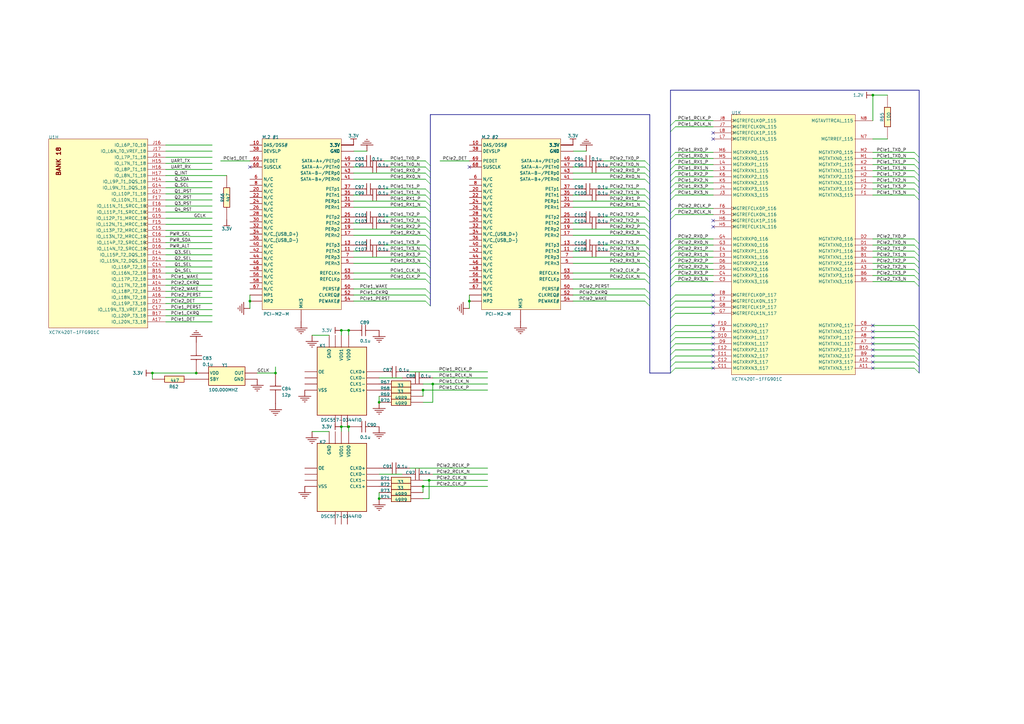
<source format=kicad_sch>
(kicad_sch (version 20221126) (generator eeschema)
  (paper "A3")
  (lib_symbols
    (symbol "m-blanc-altium-import:1.2V" (power)
      (property "Reference" "#PWR" (at 0 0 0))
      (property "Value" "1.2V" (at 0 3.81 0))
      (symbol "1.2V_0_0"
        (pin power_in line (at 0 0 0) (length 0) hide (name "1.2V") (number ""))
      )
    )
    (symbol "m-blanc-altium-import:3.3V" (power)
      (property "Reference" "#PWR" (at 0 0 0))
      (property "Value" "3.3V" (at 0 3.81 0))
      (symbol "3.3V_0_0"
        (pin power_in line (at 0 0 0) (length 0) hide (name "3.3V") (number ""))
      )
    )
    (symbol "m-blanc-altium-import:GND" (power)
      (property "Reference" "#PWR" (at 0 0 0))
      (property "Value" "GND" (at 0 6.35 0))
      (symbol "GND_0_0"
        (pin power_in line (at 0 0 0) (length 0) hide (name "GND") (number ""))
      )
    )
    (symbol "m-blanc-altium-import:root_0_ASEM1-100.000MHZ-L-C-T"
      (symbol "root_0_ASEM1-100.000MHZ-L-C-T_1_0"
        (pin passive line (at 0 -2.5 0) (length 5) (name "SBY") (number "1"))
        (pin passive line (at 25 -2.5 180) (length 5) (name "GND") (number "2"))
        (pin passive line (at 25 0 180) (length 5) (name "OUT") (number "3"))
        (pin passive line (at 0 0 0) (length 5) (name "VDD") (number "4"))
      )
    )
    (symbol "m-blanc-altium-import:root_0_DSC557-0344FI0"
      (symbol "root_0_DSC557-0344FI0_1_0"
        (pin passive line (at 0 0 0) (length 5) (name "OE") (number "1"))
        (pin passive line (at 30.5 -2.5 180) (length 5) (name "CLK0-") (number "10"))
        (pin passive line (at 30.5 0 180) (length 5) (name "CLK0+") (number "11"))
        (pin passive line (at 18 15 270) (length 5) (name "VDD0") (number "12"))
        (pin passive line (at 15 15 270) (length 5) (name "VDD1") (number "13"))
        (pin passive line (at 12.5 15 270) (length 5) (name "NC_6") (number "14"))
        (pin passive line (at 10 15 270) (length 5) (name "GND") (number "15"))
        (pin passive line (at 0 -2.5 0) (length 5) (name "NC_1") (number "2"))
        (pin passive line (at 0 -5 0) (length 5) (name "NC_2") (number "3"))
        (pin passive line (at 0 -7.5 0) (length 5) (name "VSS") (number "4"))
        (pin passive line (at 12.5 -23 90) (length 5) (name "NC_3") (number "5"))
        (pin passive line (at 15 -23 90) (length 5) (name "NC_4") (number "6"))
        (pin passive line (at 17.5 -23 90) (length 5) (name "NC_5") (number "7"))
        (pin passive line (at 30.5 -7.5 180) (length 5) (name "CLK1+") (number "8"))
        (pin passive line (at 30.5 -5 180) (length 5) (name "CLK1-") (number "9"))
      )
    )
    (symbol "m-blanc-altium-import:root_0_PCI-M2-M"
      (symbol "root_0_PCI-M2-M_1_0"
        (pin power_in line (at 37.5 -5 180) (length 5) (name "GND") (number "1"))
        (pin passive line (at -5 -2.5 0) (length 5) (name "DAS/DSS#") (number "10"))
        (pin input line (at 37.5 -46 180) (length 5) (name "PETn3") (number "11"))
        (pin passive line (at 37.499 -2.5 180) (length 5) (name "3.3V") (number "12"))
        (pin input line (at 37.5 -43.5 180) (length 5) (name "PETp3") (number "13"))
        (pin passive line (at 37.499 -2.5 180) (length 5) (name "3.3V") (number "14"))
        (pin power_in line (at 37.5 -5 180) (length 5) (name "GND") (number "15"))
        (pin passive line (at 37.499 -2.5 180) (length 5) (name "3.3V") (number "16"))
        (pin output line (at 37.5 -39.5 180) (length 5) (name "PERn2") (number "17"))
        (pin passive line (at 37.499 -2.5 180) (length 5) (name "3.3V") (number "18"))
        (pin output line (at 37.5 -37 180) (length 5) (name "PERp2") (number "19"))
        (pin passive line (at 37.499 -2.5 180) (length 5) (name "3.3V") (number "2"))
        (pin passive line (at -5 -21.5 0) (length 5) (name "N/C") (number "20"))
        (pin power_in line (at 37.5 -5 180) (length 5) (name "GND") (number "21"))
        (pin passive line (at -5 -24 0) (length 5) (name "N/C") (number "22"))
        (pin input line (at 37.5 -34.5 180) (length 5) (name "PETn2") (number "23"))
        (pin passive line (at -5 -26.5 0) (length 5) (name "N/C") (number "24"))
        (pin input line (at 37.5 -32 180) (length 5) (name "PETp2") (number "25"))
        (pin passive line (at -5 -29 0) (length 5) (name "N/C") (number "26"))
        (pin power_in line (at 37.5 -5 180) (length 5) (name "GND") (number "27"))
        (pin passive line (at -5 -31.5 0) (length 5) (name "N/C") (number "28"))
        (pin output line (at 37.5 -28 180) (length 5) (name "PERn1") (number "29"))
        (pin power_in line (at 37.5 -5 180) (length 5) (name "GND") (number "3"))
        (pin passive line (at -5 -34 0) (length 5) (name "N/C") (number "30"))
        (pin output line (at 37.5 -25.5 180) (length 5) (name "PERp1") (number "31"))
        (pin passive line (at -5 -36.5 0) (length 5) (name "N/C") (number "32"))
        (pin power_in line (at 37.5 -5 180) (length 5) (name "GND") (number "33"))
        (pin passive line (at -5 -39 0) (length 5) (name "N/C_(USB_D+)") (number "34"))
        (pin input line (at 37.5 -23 180) (length 5) (name "PETn1") (number "35"))
        (pin passive line (at -5 -41.5 0) (length 5) (name "N/C_(USB_D-)") (number "36"))
        (pin input line (at 37.5 -20.5 180) (length 5) (name "PETp1") (number "37"))
        (pin passive line (at -5 -5 0) (length 5) (name "DEVSLP") (number "38"))
        (pin power_in line (at 37.5 -5 180) (length 5) (name "GND") (number "39"))
        (pin passive line (at 37.499 -2.5 180) (length 5) (name "3.3V") (number "4"))
        (pin passive line (at -5 -44 0) (length 5) (name "N/C") (number "40"))
        (pin output line (at 37.5 -16.5 180) (length 5) (name "SATA-B+/PERn0") (number "41"))
        (pin passive line (at -5 -46.5 0) (length 5) (name "N/C") (number "42"))
        (pin output line (at 37.5 -14 180) (length 5) (name "SATA-B-/PERp0") (number "43"))
        (pin passive line (at -5 -49 0) (length 5) (name "N/C") (number "44"))
        (pin power_in line (at 37.5 -5 180) (length 5) (name "GND") (number "45"))
        (pin passive line (at -5 -51.5 0) (length 5) (name "N/C") (number "46"))
        (pin input line (at 37.5 -11.5 180) (length 5) (name "SATA-A-/PETn0") (number "47"))
        (pin passive line (at -5 -54 0) (length 5) (name "N/C") (number "48"))
        (pin input line (at 37.5 -9 180) (length 5) (name "SATA-A+/PETp0") (number "49"))
        (pin output line (at 37.5 -51 180) (length 5) (name "PERn3") (number "5"))
        (pin input line (at 37.5 -61.5 180) (length 5) (name "PERST#") (number "50"))
        (pin power_in line (at 37.5 -5 180) (length 5) (name "GND") (number "51"))
        (pin passive line (at 37.5 -64 180) (length 5) (name "CLKREQ#") (number "52"))
        (pin bidirectional line (at 37.5 -55 180) (length 5) (name "REFCLKn") (number "53"))
        (pin input line (at 37.5 -66.5 180) (length 5) (name "PEWAKE#") (number "54"))
        (pin bidirectional line (at 37.5 -57.5 180) (length 5) (name "REFCLKp") (number "55"))
        (pin passive line (at -5 -56.5 0) (length 5) (name "N/C") (number "56"))
        (pin power_in line (at 37.5 -5 180) (length 5) (name "GND") (number "57"))
        (pin passive line (at -5 -59 0) (length 5) (name "N/C") (number "58"))
        (pin passive line (at -5 -16.5 0) (length 5) (name "N/C") (number "6"))
        (pin passive line (at -5 -61.5 0) (length 5) (name "N/C") (number "67"))
        (pin input line (at -5 -11.5 0) (length 5) (name "SUSCLK") (number "68"))
        (pin output line (at -5 -9 0) (length 5) (name "PEDET") (number "69"))
        (pin output line (at 37.5 -48.5 180) (length 5) (name "PERp3") (number "7"))
        (pin passive line (at 37.5 -2.5 180) (length 5) (name "3.3V") (number "70"))
        (pin power_in line (at 37.5 -5 180) (length 5) (name "GND") (number "71"))
        (pin passive line (at 37.5 -2.5 180) (length 5) (name "3.3V") (number "72"))
        (pin power_in line (at 37.5 -5 180) (length 5) (name "GND") (number "73"))
        (pin passive line (at 37.5 -2.5 180) (length 5) (name "3.3V") (number "74"))
        (pin power_in line (at 37.5 -5 180) (length 5) (name "GND") (number "75"))
        (pin passive line (at -5 -19 0) (length 5) (name "N/C") (number "8"))
        (pin power_in line (at 37.5 -5 180) (length 5) (name "GND") (number "9"))
        (pin passive line (at 16 -75 90) (length 5) (name "MH3") (number "MH3"))
        (pin passive line (at -5 -64 0) (length 5) (name "MP1") (number "MP1"))
        (pin passive line (at -5 -66.5 0) (length 5) (name "MP2") (number "MP2"))
      )
    )
    (symbol "m-blanc-altium-import:root_0_RES 0402"
      (symbol "root_0_RES 0402_1_0"
        (pin passive line (at 0 0 0) (length 5) (name "1") (number "1"))
        (pin passive line (at 18 0 180) (length 5) (name "2") (number "2"))
      )
    )
    (symbol "m-blanc-altium-import:root_0_XC7K420T-1FFG901C"
      (symbol "root_0_XC7K420T-1FFG901C_1_0"
        (text "BANK11" (at 5.08 -15.24 900) (effects (font (size 1.778 1.778) bold) (justify left bottom)))
        (pin bidirectional line (at 48 -115 180) (length 7.5) (name "IO_L23P_T3_11") (number "AA17"))
        (pin bidirectional line (at 48 -117.5 180) (length 7.5) (name "IO_L23N_T3_11") (number "AA18"))
        (pin bidirectional line (at 48 -80 180) (length 7.5) (name "IO_L16P_T2_11") (number "AB14"))
        (pin bidirectional line (at 48 -82.5 180) (length 7.5) (name "IO_L16N_T2_11") (number "AB15"))
        (pin bidirectional line (at 48 -110 180) (length 7.5) (name "IO_L22P_T3_11") (number "AB17"))
        (pin bidirectional line (at 48 -112.5 180) (length 7.5) (name "IO_L22N_T3_11") (number "AB18"))
        (pin bidirectional line (at 48 -125 180) (length 7.5) (name "IO_25_11") (number "AB19"))
        (pin bidirectional line (at 48 -85 180) (length 7.5) (name "IO_L17P_T2_11") (number "AC14"))
        (pin bidirectional line (at 48 -87.5 180) (length 7.5) (name "IO_L17N_T2_11") (number "AC15"))
        (pin bidirectional line (at 48 -75 180) (length 7.5) (name "IO_L15P_T2_DQS_11") (number "AC16"))
        (pin bidirectional line (at 48 -105 180) (length 7.5) (name "IO_L21P_T3_DQS_11") (number "AC17"))
        (pin bidirectional line (at 48 -2.5 180) (length 7.5) (name "IO_0_11") (number "AC19"))
        (pin bidirectional line (at 48 -90 180) (length 7.5) (name "IO_L18P_T2_11") (number "AD14"))
        (pin bidirectional line (at 48 -77.5 180) (length 7.5) (name "IO_L15N_T2_DQS_11") (number "AD16"))
        (pin bidirectional line (at 48 -107.5 180) (length 7.5) (name "IO_L21N_T3_DQS_11") (number "AD17"))
        (pin bidirectional line (at 48 -100 180) (length 7.5) (name "IO_L20P_T3_11") (number "AD18"))
        (pin bidirectional line (at 48 -102.5 180) (length 7.5) (name "IO_L20N_T3_11") (number "AD19"))
        (pin bidirectional line (at 48 -92.5 180) (length 7.5) (name "IO_L18N_T2_11") (number "AE14"))
        (pin bidirectional clock (at 48 -70 180) (length 7.5) (name "IO_L14P_T2_SRCC_11") (number "AE15"))
        (pin bidirectional clock (at 48 -72.5 180) (length 7.5) (name "IO_L14N_T2_SRCC_11") (number "AE16"))
        (pin bidirectional line (at 48 -97.5 180) (length 7.5) (name "IO_L19P_T3_11") (number "AE18"))
        (pin bidirectional line (at 48 -95 180) (length 7.5) (name "IO_L19N_T3_VREF_11") (number "AE19"))
        (pin bidirectional clock (at 48 -65 180) (length 7.5) (name "IO_L13P_T2_MRCC_11") (number "AF15"))
        (pin bidirectional clock (at 48 -67.5 180) (length 7.5) (name "IO_L13N_T2_MRCC_11") (number "AF16"))
        (pin bidirectional clock (at 48 -60 180) (length 7.5) (name "IO_L12P_T1_MRCC_11") (number "AF17"))
        (pin bidirectional line (at 48 -30 180) (length 7.5) (name "IO_L6P_T0_11") (number "AF18"))
        (pin bidirectional line (at 48 -45 180) (length 7.5) (name "IO_L9P_T1_DQS_11") (number "AG14"))
        (pin bidirectional line (at 48 -47.5 180) (length 7.5) (name "IO_L9N_T1_DQS_11") (number "AG15"))
        (pin bidirectional clock (at 48 -62.5 180) (length 7.5) (name "IO_L12N_T1_MRCC_11") (number "AG17"))
        (pin bidirectional line (at 48 -32.5 180) (length 7.5) (name "IO_L6N_T0_VREF_11") (number "AG18"))
        (pin bidirectional line (at 48 -5 180) (length 7.5) (name "IO_L1P_T0_11") (number "AG19"))
        (pin bidirectional line (at 48 -40 180) (length 7.5) (name "IO_L8P_T1_11") (number "AH14"))
        (pin bidirectional line (at 48 -42.5 180) (length 7.5) (name "IO_L8N_T1_11") (number "AH15"))
        (pin bidirectional clock (at 48 -55 180) (length 7.5) (name "IO_L11P_T1_SRCC_11") (number "AH16"))
        (pin bidirectional clock (at 48 -57.5 180) (length 7.5) (name "IO_L11N_T1_SRCC_11") (number "AH17"))
        (pin bidirectional line (at 48 -10 180) (length 7.5) (name "IO_L2P_T0_11") (number "AH19"))
        (pin bidirectional line (at 48 -7.5 180) (length 7.5) (name "IO_L1N_T0_11") (number "AH20"))
        (pin bidirectional line (at 48 -50 180) (length 7.5) (name "IO_L10P_T1_11") (number "AJ14"))
        (pin bidirectional line (at 48 -25 180) (length 7.5) (name "IO_L5P_T0_11") (number "AJ16"))
        (pin bidirectional line (at 48 -27.5 180) (length 7.5) (name "IO_L5N_T0_11") (number "AJ17"))
        (pin bidirectional line (at 48 -20 180) (length 7.5) (name "IO_L4P_T0_11") (number "AJ18"))
        (pin bidirectional line (at 48 -12.5 180) (length 7.5) (name "IO_L2N_T0_11") (number "AJ19"))
        (pin bidirectional line (at 48 -52.5 180) (length 7.5) (name "IO_L10N_T1_11") (number "AK14"))
        (pin bidirectional line (at 48 -35 180) (length 7.5) (name "IO_L7P_T1_11") (number "AK15"))
        (pin bidirectional line (at 48 -37.5 180) (length 7.5) (name "IO_L7N_T1_11") (number "AK16"))
        (pin bidirectional line (at 48 -22.5 180) (length 7.5) (name "IO_L4N_T0_11") (number "AK18"))
        (pin bidirectional line (at 48 -15 180) (length 7.5) (name "IO_L3P_T0_DQS_11") (number "AK19"))
        (pin bidirectional line (at 48 -17.5 180) (length 7.5) (name "IO_L3N_T0_DQS_11") (number "AK20"))
        (pin bidirectional line (at 48 -120 180) (length 7.5) (name "IO_L24P_T3_11") (number "Y18"))
        (pin bidirectional line (at 48 -122.5 180) (length 7.5) (name "IO_L24N_T3_11") (number "Y19"))
      )
      (symbol "root_0_XC7K420T-1FFG901C_2_0"
        (text "BANK 12" (at 5.08 -15.24 900) (effects (font (size 1.778 1.778) bold) (justify left bottom)))
        (pin bidirectional line (at 48 -10 180) (length 7.5) (name "IO_L2P_T0_12") (number "AA20"))
        (pin bidirectional line (at 48 -12.5 180) (length 7.5) (name "IO_L2N_T0_12") (number "AA21"))
        (pin bidirectional line (at 48 -15 180) (length 7.5) (name "IO_L3P_T0_DQS_12") (number "AA22"))
        (pin bidirectional line (at 48 -17.5 180) (length 7.5) (name "IO_L3N_T0_DQS_12") (number "AA23"))
        (pin bidirectional line (at 48 -20 180) (length 7.5) (name "IO_L4P_T0_12") (number "AB20"))
        (pin bidirectional line (at 48 -25 180) (length 7.5) (name "IO_L5P_T0_12") (number "AB22"))
        (pin bidirectional line (at 48 -27.5 180) (length 7.5) (name "IO_L5N_T0_12") (number "AB23"))
        (pin bidirectional line (at 48 -22.5 180) (length 7.5) (name "IO_L4N_T0_12") (number "AC20"))
        (pin bidirectional line (at 48 -30 180) (length 7.5) (name "IO_L6P_T0_12") (number "AC21"))
        (pin bidirectional line (at 48 -32.5 180) (length 7.5) (name "IO_L6N_T0_VREF_12") (number "AC22"))
        (pin bidirectional line (at 48 -80 180) (length 7.5) (name "IO_L16P_T2_12") (number "AD21"))
        (pin bidirectional line (at 48 -82.5 180) (length 7.5) (name "IO_L16N_T2_12") (number "AD22"))
        (pin bidirectional line (at 48 -75 180) (length 7.5) (name "IO_L15P_T2_DQS_12") (number "AD23"))
        (pin bidirectional line (at 48 -50 180) (length 7.5) (name "IO_L10P_T1_12") (number "AD24"))
        (pin bidirectional line (at 48 -35 180) (length 7.5) (name "IO_L7P_T1_12") (number "AD26"))
        (pin bidirectional line (at 48 -125 180) (length 7.5) (name "IO_25_12") (number "AE20"))
        (pin bidirectional line (at 48 -85 180) (length 7.5) (name "IO_L17P_T2_12") (number "AE21"))
        (pin bidirectional line (at 48 -77.5 180) (length 7.5) (name "IO_L15N_T2_DQS_12") (number "AE23"))
        (pin bidirectional line (at 48 -52.5 180) (length 7.5) (name "IO_L10N_T1_12") (number "AE24"))
        (pin bidirectional line (at 48 -45 180) (length 7.5) (name "IO_L9P_T1_DQS_12") (number "AE25"))
        (pin bidirectional line (at 48 -37.5 180) (length 7.5) (name "IO_L7N_T1_12") (number "AE26"))
        (pin bidirectional line (at 48 -90 180) (length 7.5) (name "IO_L18P_T2_12") (number "AF20"))
        (pin bidirectional line (at 48 -87.5 180) (length 7.5) (name "IO_L17N_T2_12") (number "AF21"))
        (pin bidirectional clock (at 48 -70 180) (length 7.5) (name "IO_L14P_T2_SRCC_12") (number "AF22"))
        (pin bidirectional clock (at 48 -72.5 180) (length 7.5) (name "IO_L14N_T2_SRCC_12") (number "AF23"))
        (pin bidirectional clock (at 48 -55 180) (length 7.5) (name "IO_L11P_T1_SRCC_12") (number "AF25"))
        (pin bidirectional line (at 48 -47.5 180) (length 7.5) (name "IO_L9N_T1_DQS_12") (number "AF26"))
        (pin bidirectional line (at 48 -92.5 180) (length 7.5) (name "IO_L18N_T2_12") (number "AG20"))
        (pin bidirectional clock (at 48 -65 180) (length 7.5) (name "IO_L13P_T2_MRCC_12") (number "AG22"))
        (pin bidirectional clock (at 48 -67.5 180) (length 7.5) (name "IO_L13N_T2_MRCC_12") (number "AG23"))
        (pin bidirectional clock (at 48 -60 180) (length 7.5) (name "IO_L12P_T1_MRCC_12") (number "AG24"))
        (pin bidirectional clock (at 48 -57.5 180) (length 7.5) (name "IO_L11N_T1_SRCC_12") (number "AG25"))
        (pin bidirectional line (at 48 -97.5 180) (length 7.5) (name "IO_L19P_T3_12") (number "AH21"))
        (pin bidirectional line (at 48 -95 180) (length 7.5) (name "IO_L19N_T3_VREF_12") (number "AH22"))
        (pin bidirectional clock (at 48 -62.5 180) (length 7.5) (name "IO_L12N_T1_MRCC_12") (number "AH24"))
        (pin bidirectional line (at 48 -40 180) (length 7.5) (name "IO_L8P_T1_12") (number "AH25"))
        (pin bidirectional line (at 48 -42.5 180) (length 7.5) (name "IO_L8N_T1_12") (number "AH26"))
        (pin bidirectional line (at 48 -100 180) (length 7.5) (name "IO_L20P_T3_12") (number "AJ21"))
        (pin bidirectional line (at 48 -105 180) (length 7.5) (name "IO_L21P_T3_DQS_12") (number "AJ22"))
        (pin bidirectional line (at 48 -110 180) (length 7.5) (name "IO_L22P_T3_12") (number "AJ23"))
        (pin bidirectional line (at 48 -112.5 180) (length 7.5) (name "IO_L22N_T3_12") (number "AJ24"))
        (pin bidirectional line (at 48 -120 180) (length 7.5) (name "IO_L24P_T3_12") (number "AJ26"))
        (pin bidirectional line (at 48 -102.5 180) (length 7.5) (name "IO_L20N_T3_12") (number "AK21"))
        (pin bidirectional line (at 48 -107.5 180) (length 7.5) (name "IO_L21N_T3_DQS_12") (number "AK23"))
        (pin bidirectional line (at 48 -115 180) (length 7.5) (name "IO_L23P_T3_12") (number "AK24"))
        (pin bidirectional line (at 48 -117.5 180) (length 7.5) (name "IO_L23N_T3_12") (number "AK25"))
        (pin bidirectional line (at 48 -122.5 180) (length 7.5) (name "IO_L24N_T3_12") (number "AK26"))
        (pin bidirectional line (at 48 -5 180) (length 7.5) (name "IO_L1P_T0_12") (number "Y20"))
        (pin bidirectional line (at 48 -7.5 180) (length 7.5) (name "IO_L1N_T0_12") (number "Y21"))
        (pin bidirectional line (at 48 -2.5 180) (length 7.5) (name "IO_0_12") (number "Y23"))
      )
      (symbol "root_0_XC7K420T-1FFG901C_3_0"
        (text "BANK 13" (at 5.08 -15.24 900) (effects (font (size 1.778 1.778) bold) (justify left bottom)))
        (pin bidirectional line (at 48 -42.5 180) (length 7.5) (name "IO_L8N_T1_13") (number "AA25"))
        (pin bidirectional clock (at 48 -57.5 180) (length 7.5) (name "IO_L11N_T1_SRCC_13") (number "AA26"))
        (pin bidirectional clock (at 48 -60 180) (length 7.5) (name "IO_L12P_T1_MRCC_13") (number "AA27"))
        (pin bidirectional line (at 48 -5 180) (length 7.5) (name "IO_L1P_T0_13") (number "AA28"))
        (pin bidirectional line (at 48 -17.5 180) (length 7.5) (name "IO_L3N_T0_DQS_13") (number "AA30"))
        (pin bidirectional line (at 48 -50 180) (length 7.5) (name "IO_L10P_T1_13") (number "AB24"))
        (pin bidirectional line (at 48 -45 180) (length 7.5) (name "IO_L9P_T1_DQS_13") (number "AB25"))
        (pin bidirectional clock (at 48 -62.5 180) (length 7.5) (name "IO_L12N_T1_MRCC_13") (number "AB27"))
        (pin bidirectional line (at 48 -7.5 180) (length 7.5) (name "IO_L1N_T0_13") (number "AB28"))
        (pin bidirectional line (at 48 -10 180) (length 7.5) (name "IO_L2P_T0_13") (number "AB29"))
        (pin bidirectional line (at 48 -12.5 180) (length 7.5) (name "IO_L2N_T0_13") (number "AB30"))
        (pin bidirectional line (at 48 -52.5 180) (length 7.5) (name "IO_L10N_T1_13") (number "AC24"))
        (pin bidirectional line (at 48 -47.5 180) (length 7.5) (name "IO_L9N_T1_DQS_13") (number "AC25"))
        (pin bidirectional line (at 48 -35 180) (length 7.5) (name "IO_L7P_T1_13") (number "AC26"))
        (pin bidirectional clock (at 48 -65 180) (length 7.5) (name "IO_L13P_T2_MRCC_13") (number "AC27"))
        (pin bidirectional line (at 48 -75 180) (length 7.5) (name "IO_L15P_T2_DQS_13") (number "AC29"))
        (pin bidirectional line (at 48 -77.5 180) (length 7.5) (name "IO_L15N_T2_DQS_13") (number "AC30"))
        (pin bidirectional line (at 48 -37.5 180) (length 7.5) (name "IO_L7N_T1_13") (number "AD27"))
        (pin bidirectional clock (at 48 -67.5 180) (length 7.5) (name "IO_L13N_T2_MRCC_13") (number "AD28"))
        (pin bidirectional line (at 48 -80 180) (length 7.5) (name "IO_L16P_T2_13") (number "AD29"))
        (pin bidirectional clock (at 48 -70 180) (length 7.5) (name "IO_L14P_T2_SRCC_13") (number "AE28"))
        (pin bidirectional line (at 48 -82.5 180) (length 7.5) (name "IO_L16N_T2_13") (number "AE29"))
        (pin bidirectional line (at 48 -85 180) (length 7.5) (name "IO_L17P_T2_13") (number "AE30"))
        (pin bidirectional line (at 48 -90 180) (length 7.5) (name "IO_L18P_T2_13") (number "AF27"))
        (pin bidirectional clock (at 48 -72.5 180) (length 7.5) (name "IO_L14N_T2_SRCC_13") (number "AF28"))
        (pin bidirectional line (at 48 -87.5 180) (length 7.5) (name "IO_L17N_T2_13") (number "AF30"))
        (pin bidirectional line (at 48 -97.5 180) (length 7.5) (name "IO_L19P_T3_13") (number "AG27"))
        (pin bidirectional line (at 48 -92.5 180) (length 7.5) (name "IO_L18N_T2_13") (number "AG28"))
        (pin bidirectional line (at 48 -100 180) (length 7.5) (name "IO_L20P_T3_13") (number "AG29"))
        (pin bidirectional line (at 48 -110 180) (length 7.5) (name "IO_L22P_T3_13") (number "AG30"))
        (pin bidirectional line (at 48 -95 180) (length 7.5) (name "IO_L19N_T3_VREF_13") (number "AH27"))
        (pin bidirectional line (at 48 -102.5 180) (length 7.5) (name "IO_L20N_T3_13") (number "AH29"))
        (pin bidirectional line (at 48 -112.5 180) (length 7.5) (name "IO_L22N_T3_13") (number "AH30"))
        (pin bidirectional line (at 48 -105 180) (length 7.5) (name "IO_L21P_T3_DQS_13") (number "AJ27"))
        (pin bidirectional line (at 48 -107.5 180) (length 7.5) (name "IO_L21N_T3_DQS_13") (number "AJ28"))
        (pin bidirectional line (at 48 -115 180) (length 7.5) (name "IO_L23P_T3_13") (number "AJ29"))
        (pin bidirectional line (at 48 -120 180) (length 7.5) (name "IO_L24P_T3_13") (number "AK28"))
        (pin bidirectional line (at 48 -122.5 180) (length 7.5) (name "IO_L24N_T3_13") (number "AK29"))
        (pin bidirectional line (at 48 -117.5 180) (length 7.5) (name "IO_L23N_T3_13") (number "AK30"))
        (pin bidirectional line (at 48 -2.5 180) (length 7.5) (name "IO_0_13") (number "W24"))
        (pin bidirectional line (at 48 -30 180) (length 7.5) (name "IO_L6P_T0_13") (number "W26"))
        (pin bidirectional line (at 48 -32.5 180) (length 7.5) (name "IO_L6N_T0_VREF_13") (number "W27"))
        (pin bidirectional line (at 48 -25 180) (length 7.5) (name "IO_L5P_T0_13") (number "W28"))
        (pin bidirectional line (at 48 -27.5 180) (length 7.5) (name "IO_L5N_T0_13") (number "W29"))
        (pin bidirectional line (at 48 -125 180) (length 7.5) (name "IO_25_13") (number "Y24"))
        (pin bidirectional line (at 48 -40 180) (length 7.5) (name "IO_L8P_T1_13") (number "Y25"))
        (pin bidirectional clock (at 48 -55 180) (length 7.5) (name "IO_L11P_T1_SRCC_13") (number "Y26"))
        (pin bidirectional line (at 48 -20 180) (length 7.5) (name "IO_L4P_T0_13") (number "Y28"))
        (pin bidirectional line (at 48 -22.5 180) (length 7.5) (name "IO_L4N_T0_13") (number "Y29"))
        (pin bidirectional line (at 48 -15 180) (length 7.5) (name "IO_L3P_T0_DQS_13") (number "Y30"))
      )
      (symbol "root_0_XC7K420T-1FFG901C_4_0"
        (text "BANK 14" (at 5.08 -15.24 900) (effects (font (size 1.778 1.778) bold) (justify left bottom)))
        (pin bidirectional line (at 48 -97.5 180) (length 7.5) (name "IO_L19P_T3_A10_D26_14") (number "R18"))
        (pin bidirectional line (at 48 -95 180) (length 7.5) (name "IO_L19N_T3_A09_D25_VREF_14") (number "R19"))
        (pin bidirectional line (at 48 -75 180) (length 7.5) (name "IO_L15P_T2_DQS_RDWR_B_14") (number "R20"))
        (pin bidirectional line (at 48 -77.5 180) (length 7.5) (name "IO_L15N_T2_DQS_DOUT_CSO_B_14") (number "R21"))
        (pin bidirectional line (at 48 -40 180) (length 7.5) (name "IO_L8P_T1_D11_14") (number "R23"))
        (pin bidirectional line (at 48 -35 180) (length 7.5) (name "IO_L7P_T1_D09_14") (number "R24"))
        (pin bidirectional line (at 48 -37.5 180) (length 7.5) (name "IO_L7N_T1_D10_14") (number "R25"))
        (pin bidirectional line (at 48 -50 180) (length 7.5) (name "IO_L10P_T1_D14_14") (number "R26"))
        (pin bidirectional line (at 48 -10 180) (length 7.5) (name "IO_L2P_T0_D02_14") (number "R28"))
        (pin bidirectional line (at 48 -5 180) (length 7.5) (name "IO_L1P_T0_D00_MOSI_14") (number "R30"))
        (pin bidirectional line (at 48 -105 180) (length 7.5) (name "IO_L21P_T3_DQS_14") (number "T17"))
        (pin bidirectional line (at 48 -107.5 180) (length 7.5) (name "IO_L21N_T3_DQS_A06_D22_14") (number "T18"))
        (pin bidirectional line (at 48 -80 180) (length 7.5) (name "IO_L16P_T2_CSI_B_14") (number "T20"))
        (pin bidirectional line (at 48 -82.5 180) (length 7.5) (name "IO_L16N_T2_A15_D31_14") (number "T21"))
        (pin bidirectional line (at 48 -2.5 180) (length 7.5) (name "IO_0_14") (number "T22"))
        (pin bidirectional line (at 48 -42.5 180) (length 7.5) (name "IO_L8N_T1_D12_14") (number "T23"))
        (pin bidirectional clock (at 48 -55 180) (length 7.5) (name "IO_L11P_T1_SRCC_14") (number "T25"))
        (pin bidirectional clock (at 48 -57.5 180) (length 7.5) (name "IO_L11N_T1_SRCC_14") (number "T26"))
        (pin bidirectional line (at 48 -52.5 180) (length 7.5) (name "IO_L10N_T1_D15_14") (number "T27"))
        (pin bidirectional line (at 48 -12.5 180) (length 7.5) (name "IO_L2N_T0_D03_14") (number "T28"))
        (pin bidirectional line (at 48 -7.5 180) (length 7.5) (name "IO_L1N_T0_D01_DIN_14") (number "T30"))
        (pin bidirectional line (at 48 -110 180) (length 7.5) (name "IO_L22P_T3_A05_D21_14") (number "U17"))
        (pin bidirectional line (at 48 -112.5 180) (length 7.5) (name "IO_L22N_T3_A04_D20_14") (number "U18"))
        (pin bidirectional line (at 48 -100 180) (length 7.5) (name "IO_L20P_T3_A08_D24_14") (number "U19"))
        (pin bidirectional line (at 48 -85 180) (length 7.5) (name "IO_L17P_T2_A14_D30_14") (number "U20"))
        (pin bidirectional clock (at 48 -70 180) (length 7.5) (name "IO_L14P_T2_SRCC_14") (number "U22"))
        (pin bidirectional clock (at 48 -72.5 180) (length 7.5) (name "IO_L14N_T2_SRCC_14") (number "U23"))
        (pin bidirectional clock (at 48 -60 180) (length 7.5) (name "IO_L12P_T1_MRCC_14") (number "U24"))
        (pin bidirectional clock (at 48 -62.5 180) (length 7.5) (name "IO_L12N_T1_MRCC_14") (number "U25"))
        (pin bidirectional line (at 48 -25 180) (length 7.5) (name "IO_L5P_T0_D06_14") (number "U27"))
        (pin bidirectional line (at 48 -27.5 180) (length 7.5) (name "IO_L5N_T0_D07_14") (number "U28"))
        (pin bidirectional line (at 48 -20 180) (length 7.5) (name "IO_L4P_T0_D04_14") (number "U29"))
        (pin bidirectional line (at 48 -22.5 180) (length 7.5) (name "IO_L4N_T0_D05_14") (number "U30"))
        (pin bidirectional line (at 48 -115 180) (length 7.5) (name "IO_L23P_T3_A03_D19_14") (number "V17"))
        (pin bidirectional line (at 48 -102.5 180) (length 7.5) (name "IO_L20N_T3_A07_D23_14") (number "V19"))
        (pin bidirectional line (at 48 -87.5 180) (length 7.5) (name "IO_L17N_T2_A13_D29_14") (number "V20"))
        (pin bidirectional clock (at 48 -65 180) (length 7.5) (name "IO_L13P_T2_MRCC_14") (number "V21"))
        (pin bidirectional clock (at 48 -67.5 180) (length 7.5) (name "IO_L13N_T2_MRCC_14") (number "V22"))
        (pin bidirectional line (at 48 -45 180) (length 7.5) (name "IO_L9P_T1_DQS_14") (number "V24"))
        (pin bidirectional line (at 48 -47.5 180) (length 7.5) (name "IO_L9N_T1_DQS_D13_14") (number "V25"))
        (pin bidirectional line (at 48 -30 180) (length 7.5) (name "IO_L6P_T0_FCS_B_14") (number "V26"))
        (pin bidirectional line (at 48 -32.5 180) (length 7.5) (name "IO_L6N_T0_D08_VREF_14") (number "V27"))
        (pin bidirectional line (at 48 -15 180) (length 7.5) (name "IO_L3P_T0_DQS_PUDC_B_14") (number "V29"))
        (pin bidirectional clock (at 48 -17.5 180) (length 7.5) (name "IO_L3N_T0_DQS_EMCCLK_14") (number "V30"))
        (pin bidirectional line (at 48 -117.5 180) (length 7.5) (name "IO_L23N_T3_A02_D18_14") (number "W17"))
        (pin bidirectional line (at 48 -120 180) (length 7.5) (name "IO_L24P_T3_A01_D17_14") (number "W18"))
        (pin bidirectional line (at 48 -122.5 180) (length 7.5) (name "IO_L24N_T3_A00_D16_14") (number "W19"))
        (pin bidirectional line (at 48 -125 180) (length 7.5) (name "IO_25_14") (number "W21"))
        (pin bidirectional line (at 48 -90 180) (length 7.5) (name "IO_L18P_T2_A12_D28_14") (number "W22"))
        (pin bidirectional line (at 48 -92.5 180) (length 7.5) (name "IO_L18N_T2_A11_D27_14") (number "W23"))
      )
      (symbol "root_0_XC7K420T-1FFG901C_5_0"
        (text "BANK 15" (at 5.08 -15.24 900) (effects (font (size 1.778 1.778) bold) (justify left bottom)))
        (pin bidirectional line (at 48 -77.5 180) (length 7.5) (name "IO_L15N_T2_DQS_ADV_B_15") (number "K24"))
        (pin bidirectional line (at 48 -35 180) (length 7.5) (name "IO_L7P_T1_AD10P_15") (number "K25"))
        (pin bidirectional line (at 48 -37.5 180) (length 7.5) (name "IO_L7N_T1_AD10N_15") (number "K26"))
        (pin bidirectional line (at 48 -5 180) (length 7.5) (name "IO_L1P_T0_AD0P_15") (number "K28"))
        (pin bidirectional line (at 48 -7.5 180) (length 7.5) (name "IO_L1N_T0_AD0N_15") (number "K29"))
        (pin bidirectional line (at 48 -12.5 180) (length 7.5) (name "IO_L2N_T0_AD8N_15") (number "K30"))
        (pin bidirectional line (at 48 -90 180) (length 7.5) (name "IO_L18P_T2_A24_15") (number "L20"))
        (pin bidirectional line (at 48 -92.5 180) (length 7.5) (name "IO_L18N_T2_A23_15") (number "L21"))
        (pin bidirectional line (at 48 -2.5 180) (length 7.5) (name "IO_0_15") (number "L22"))
        (pin bidirectional line (at 48 -75 180) (length 7.5) (name "IO_L15P_T2_DQS_15") (number "L23"))
        (pin bidirectional clock (at 48 -57.5 180) (length 7.5) (name "IO_L11N_T1_SRCC_AD12N_15") (number "L25"))
        (pin bidirectional clock (at 48 -60 180) (length 7.5) (name "IO_L12P_T1_MRCC_AD5P_15") (number "L26"))
        (pin bidirectional clock (at 48 -62.5 180) (length 7.5) (name "IO_L12N_T1_MRCC_AD5N_15") (number "L27"))
        (pin bidirectional line (at 48 -32.5 180) (length 7.5) (name "IO_L6N_T0_VREF_15") (number "L28"))
        (pin bidirectional line (at 48 -10 180) (length 7.5) (name "IO_L2P_T0_AD8P_15") (number "L30"))
        (pin bidirectional line (at 48 -117.5 180) (length 7.5) (name "IO_L23N_T3_FWE_B_15") (number "M17"))
        (pin bidirectional line (at 48 -105 180) (length 7.5) (name "IO_L21P_T3_DQS_15") (number "M18"))
        (pin bidirectional line (at 48 -107.5 180) (length 7.5) (name "IO_L21N_T3_DQS_A18_15") (number "M19"))
        (pin bidirectional line (at 48 -95 180) (length 7.5) (name "IO_L19N_T3_A21_VREF_15") (number "M20"))
        (pin bidirectional line (at 48 -82.5 180) (length 7.5) (name "IO_L16N_T2_A27_15") (number "M22"))
        (pin bidirectional clock (at 48 -65 180) (length 7.5) (name "IO_L13P_T2_MRCC_15") (number "M23"))
        (pin bidirectional clock (at 48 -67.5 180) (length 7.5) (name "IO_L13N_T2_MRCC_15") (number "M24"))
        (pin bidirectional clock (at 48 -55 180) (length 7.5) (name "IO_L11P_T1_SRCC_AD12P_15") (number "M25"))
        (pin bidirectional line (at 48 -47.5 180) (length 7.5) (name "IO_L9N_T1_DQS_AD11N_15") (number "M27"))
        (pin bidirectional line (at 48 -30 180) (length 7.5) (name "IO_L6P_T0_15") (number "M28"))
        (pin bidirectional line (at 48 -22.5 180) (length 7.5) (name "IO_L4N_T0_AD9N_15") (number "M29"))
        (pin bidirectional line (at 48 -17.5 180) (length 7.5) (name "IO_L3N_T0_DQS_AD1N_15") (number "M30"))
        (pin bidirectional line (at 48 -115 180) (length 7.5) (name "IO_L23P_T3_FOE_B_15") (number "N17"))
        (pin bidirectional line (at 48 -112.5 180) (length 7.5) (name "IO_L22N_T3_A16_15") (number "N19"))
        (pin bidirectional line (at 48 -97.5 180) (length 7.5) (name "IO_L19P_T3_A22_15") (number "N20"))
        (pin bidirectional line (at 48 -102.5 180) (length 7.5) (name "IO_L20N_T3_A19_15") (number "N21"))
        (pin bidirectional line (at 48 -80 180) (length 7.5) (name "IO_L16P_T2_A28_15") (number "N22"))
        (pin bidirectional clock (at 48 -70 180) (length 7.5) (name "IO_L14P_T2_SRCC_15") (number "N24"))
        (pin bidirectional clock (at 48 -72.5 180) (length 7.5) (name "IO_L14N_T2_SRCC_15") (number "N25"))
        (pin bidirectional line (at 48 -42.5 180) (length 7.5) (name "IO_L8N_T1_AD3N_15") (number "N26"))
        (pin bidirectional line (at 48 -45 180) (length 7.5) (name "IO_L9P_T1_DQS_AD11P_15") (number "N27"))
        (pin bidirectional line (at 48 -20 180) (length 7.5) (name "IO_L4P_T0_AD9P_15") (number "N29"))
        (pin bidirectional line (at 48 -15 180) (length 7.5) (name "IO_L3P_T0_DQS_AD1P_15") (number "N30"))
        (pin bidirectional line (at 48 -120 180) (length 7.5) (name "IO_L24P_T3_RS1_15") (number "P17"))
        (pin bidirectional line (at 48 -122.5 180) (length 7.5) (name "IO_L24N_T3_RS0_15") (number "P18"))
        (pin bidirectional line (at 48 -110 180) (length 7.5) (name "IO_L22P_T3_A17_15") (number "P19"))
        (pin bidirectional line (at 48 -100 180) (length 7.5) (name "IO_L20P_T3_A20_15") (number "P21"))
        (pin bidirectional line (at 48 -125 180) (length 7.5) (name "IO_25_15") (number "P22"))
        (pin bidirectional line (at 48 -85 180) (length 7.5) (name "IO_L17P_T2_A26_15") (number "P23"))
        (pin bidirectional line (at 48 -87.5 180) (length 7.5) (name "IO_L17N_T2_A25_15") (number "P24"))
        (pin bidirectional line (at 48 -40 180) (length 7.5) (name "IO_L8P_T1_AD3P_15") (number "P26"))
        (pin bidirectional line (at 48 -50 180) (length 7.5) (name "IO_L10P_T1_AD4P_15") (number "P27"))
        (pin bidirectional line (at 48 -52.5 180) (length 7.5) (name "IO_L10N_T1_AD4N_15") (number "P28"))
        (pin bidirectional line (at 48 -27.5 180) (length 7.5) (name "IO_L5N_T0_AD2N_15") (number "P29"))
        (pin bidirectional line (at 48 -25 180) (length 7.5) (name "IO_L5P_T0_AD2P_15") (number "R29"))
      )
      (symbol "root_0_XC7K420T-1FFG901C_6_0"
        (text "BANK 16" (at 5.08 -15.24 900) (effects (font (size 1.778 1.778) bold) (justify left bottom)))
        (pin bidirectional line (at 48 -20 180) (length 7.5) (name "IO_L4P_T0_16") (number "A25"))
        (pin bidirectional line (at 48 -22.5 180) (length 7.5) (name "IO_L4N_T0_16") (number "A26"))
        (pin bidirectional line (at 48 -120 180) (length 7.5) (name "IO_L24P_T3_16") (number "A27"))
        (pin bidirectional line (at 48 -122.5 180) (length 7.5) (name "IO_L24N_T3_16") (number "A28"))
        (pin bidirectional line (at 48 -117.5 180) (length 7.5) (name "IO_L23N_T3_16") (number "A30"))
        (pin bidirectional line (at 48 -10 180) (length 7.5) (name "IO_L2P_T0_16") (number "B24"))
        (pin bidirectional line (at 48 -12.5 180) (length 7.5) (name "IO_L2N_T0_16") (number "B25"))
        (pin bidirectional line (at 48 -27.5 180) (length 7.5) (name "IO_L5N_T0_16") (number "B27"))
        (pin bidirectional line (at 48 -110 180) (length 7.5) (name "IO_L22P_T3_16") (number "B28"))
        (pin bidirectional line (at 48 -112.5 180) (length 7.5) (name "IO_L22N_T3_16") (number "B29"))
        (pin bidirectional line (at 48 -115 180) (length 7.5) (name "IO_L23P_T3_16") (number "B30"))
        (pin bidirectional line (at 48 -7.5 180) (length 7.5) (name "IO_L1N_T0_16") (number "C24"))
        (pin bidirectional line (at 48 -15 180) (length 7.5) (name "IO_L3P_T0_DQS_16") (number "C25"))
        (pin bidirectional line (at 48 -17.5 180) (length 7.5) (name "IO_L3N_T0_DQS_16") (number "C26"))
        (pin bidirectional line (at 48 -25 180) (length 7.5) (name "IO_L5P_T0_16") (number "C27"))
        (pin bidirectional line (at 48 -105 180) (length 7.5) (name "IO_L21P_T3_DQS_16") (number "C29"))
        (pin bidirectional line (at 48 -107.5 180) (length 7.5) (name "IO_L21N_T3_DQS_16") (number "C30"))
        (pin bidirectional line (at 48 -5 180) (length 7.5) (name "IO_L1P_T0_16") (number "D24"))
        (pin bidirectional line (at 48 -30 180) (length 7.5) (name "IO_L6P_T0_16") (number "D26"))
        (pin bidirectional line (at 48 -32.5 180) (length 7.5) (name "IO_L6N_T0_VREF_16") (number "D27"))
        (pin bidirectional line (at 48 -95 180) (length 7.5) (name "IO_L19N_T3_VREF_16") (number "D28"))
        (pin bidirectional line (at 48 -102.5 180) (length 7.5) (name "IO_L20N_T3_16") (number "D29"))
        (pin bidirectional line (at 48 -2.5 180) (length 7.5) (name "IO_0_16") (number "E24"))
        (pin bidirectional clock (at 48 -60 180) (length 7.5) (name "IO_L12P_T1_MRCC_16") (number "E25"))
        (pin bidirectional clock (at 48 -62.5 180) (length 7.5) (name "IO_L12N_T1_MRCC_16") (number "E26"))
        (pin bidirectional line (at 48 -97.5 180) (length 7.5) (name "IO_L19P_T3_16") (number "E28"))
        (pin bidirectional line (at 48 -100 180) (length 7.5) (name "IO_L20P_T3_16") (number "E29"))
        (pin bidirectional line (at 48 -82.5 180) (length 7.5) (name "IO_L16N_T2_16") (number "E30"))
        (pin bidirectional clock (at 48 -55 180) (length 7.5) (name "IO_L11P_T1_SRCC_16") (number "F25"))
        (pin bidirectional clock (at 48 -57.5 180) (length 7.5) (name "IO_L11N_T1_SRCC_16") (number "F26"))
        (pin bidirectional clock (at 48 -67.5 180) (length 7.5) (name "IO_L13N_T2_MRCC_16") (number "F27"))
        (pin bidirectional clock (at 48 -72.5 180) (length 7.5) (name "IO_L14N_T2_SRCC_16") (number "F28"))
        (pin bidirectional line (at 48 -80 180) (length 7.5) (name "IO_L16P_T2_16") (number "F30"))
        (pin bidirectional line (at 48 -37.5 180) (length 7.5) (name "IO_L7N_T1_16") (number "G24"))
        (pin bidirectional line (at 48 -42.5 180) (length 7.5) (name "IO_L8N_T1_16") (number "G25"))
        (pin bidirectional clock (at 48 -65 180) (length 7.5) (name "IO_L13P_T2_MRCC_16") (number "G27"))
        (pin bidirectional clock (at 48 -70 180) (length 7.5) (name "IO_L14P_T2_SRCC_16") (number "G28"))
        (pin bidirectional line (at 48 -77.5 180) (length 7.5) (name "IO_L15N_T2_DQS_16") (number "G29"))
        (pin bidirectional line (at 48 -87.5 180) (length 7.5) (name "IO_L17N_T2_16") (number "G30"))
        (pin bidirectional line (at 48 -35 180) (length 7.5) (name "IO_L7P_T1_16") (number "H24"))
        (pin bidirectional line (at 48 -40 180) (length 7.5) (name "IO_L8P_T1_16") (number "H25"))
        (pin bidirectional line (at 48 -50 180) (length 7.5) (name "IO_L10P_T1_16") (number "H26"))
        (pin bidirectional line (at 48 -52.5 180) (length 7.5) (name "IO_L10N_T1_16") (number "H27"))
        (pin bidirectional line (at 48 -75 180) (length 7.5) (name "IO_L15P_T2_DQS_16") (number "H29"))
        (pin bidirectional line (at 48 -85 180) (length 7.5) (name "IO_L17P_T2_16") (number "H30"))
        (pin bidirectional line (at 48 -125 180) (length 7.5) (name "IO_25_16") (number "J24"))
        (pin bidirectional line (at 48 -45 180) (length 7.5) (name "IO_L9P_T1_DQS_16") (number "J26"))
        (pin bidirectional line (at 48 -47.5 180) (length 7.5) (name "IO_L9N_T1_DQS_16") (number "J27"))
        (pin bidirectional line (at 48 -90 180) (length 7.5) (name "IO_L18P_T2_16") (number "J28"))
        (pin bidirectional line (at 48 -92.5 180) (length 7.5) (name "IO_L18N_T2_16") (number "J29"))
      )
      (symbol "root_0_XC7K420T-1FFG901C_7_0"
        (text "BANK 17" (at 5.08 -15.24 900) (effects (font (size 1.778 1.778) bold) (justify left bottom)))
        (pin bidirectional line (at 48 -107.5 180) (length 7.5) (name "IO_L21N_T3_DQS_17") (number "A18"))
        (pin bidirectional line (at 48 -110 180) (length 7.5) (name "IO_L22P_T3_17") (number "A20"))
        (pin bidirectional line (at 48 -112.5 180) (length 7.5) (name "IO_L22N_T3_17") (number "A21"))
        (pin bidirectional line (at 48 -120 180) (length 7.5) (name "IO_L24P_T3_17") (number "A22"))
        (pin bidirectional line (at 48 -122.5 180) (length 7.5) (name "IO_L24N_T3_17") (number "A23"))
        (pin bidirectional line (at 48 -105 180) (length 7.5) (name "IO_L21P_T3_DQS_17") (number "B18"))
        (pin bidirectional line (at 48 -100 180) (length 7.5) (name "IO_L20P_T3_17") (number "B19"))
        (pin bidirectional line (at 48 -102.5 180) (length 7.5) (name "IO_L20N_T3_17") (number "B20"))
        (pin bidirectional line (at 48 -115 180) (length 7.5) (name "IO_L23P_T3_17") (number "B22"))
        (pin bidirectional line (at 48 -117.5 180) (length 7.5) (name "IO_L23N_T3_17") (number "B23"))
        (pin bidirectional line (at 48 -97.5 180) (length 7.5) (name "IO_L19P_T3_17") (number "C19"))
        (pin bidirectional line (at 48 -95 180) (length 7.5) (name "IO_L19N_T3_VREF_17") (number "C20"))
        (pin bidirectional line (at 48 -80 180) (length 7.5) (name "IO_L16P_T2_17") (number "C21"))
        (pin bidirectional line (at 48 -82.5 180) (length 7.5) (name "IO_L16N_T2_17") (number "C22"))
        (pin bidirectional line (at 48 -90 180) (length 7.5) (name "IO_L18P_T2_17") (number "D18"))
        (pin bidirectional line (at 48 -92.5 180) (length 7.5) (name "IO_L18N_T2_17") (number "D19"))
        (pin bidirectional clock (at 48 -70 180) (length 7.5) (name "IO_L14P_T2_SRCC_17") (number "D21"))
        (pin bidirectional clock (at 48 -72.5 180) (length 7.5) (name "IO_L14N_T2_SRCC_17") (number "D22"))
        (pin bidirectional line (at 48 -77.5 180) (length 7.5) (name "IO_L15N_T2_DQS_17") (number "D23"))
        (pin bidirectional line (at 48 -85 180) (length 7.5) (name "IO_L17P_T2_17") (number "E18"))
        (pin bidirectional line (at 48 -87.5 180) (length 7.5) (name "IO_L17N_T2_17") (number "E19"))
        (pin bidirectional clock (at 48 -65 180) (length 7.5) (name "IO_L13P_T2_MRCC_17") (number "E20"))
        (pin bidirectional clock (at 48 -67.5 180) (length 7.5) (name "IO_L13N_T2_MRCC_17") (number "E21"))
        (pin bidirectional line (at 48 -75 180) (length 7.5) (name "IO_L15P_T2_DQS_17") (number "E23"))
        (pin bidirectional line (at 48 -52.5 180) (length 7.5) (name "IO_L10N_T1_17") (number "F18"))
        (pin bidirectional clock (at 48 -60 180) (length 7.5) (name "IO_L12P_T1_MRCC_17") (number "F20"))
        (pin bidirectional clock (at 48 -62.5 180) (length 7.5) (name "IO_L12N_T1_MRCC_17") (number "F21"))
        (pin bidirectional clock (at 48 -57.5 180) (length 7.5) (name "IO_L11N_T1_SRCC_17") (number "F22"))
        (pin bidirectional line (at 48 -37.5 180) (length 7.5) (name "IO_L7N_T1_17") (number "F23"))
        (pin bidirectional line (at 48 -50 180) (length 7.5) (name "IO_L10P_T1_17") (number "G18"))
        (pin bidirectional line (at 48 -47.5 180) (length 7.5) (name "IO_L9N_T1_DQS_17") (number "G19"))
        (pin bidirectional line (at 48 -42.5 180) (length 7.5) (name "IO_L8N_T1_17") (number "G20"))
        (pin bidirectional clock (at 48 -55 180) (length 7.5) (name "IO_L11P_T1_SRCC_17") (number "G22"))
        (pin bidirectional line (at 48 -35 180) (length 7.5) (name "IO_L7P_T1_17") (number "G23"))
        (pin bidirectional line (at 48 -45 180) (length 7.5) (name "IO_L9P_T1_DQS_17") (number "H19"))
        (pin bidirectional line (at 48 -40 180) (length 7.5) (name "IO_L8P_T1_17") (number "H20"))
        (pin bidirectional line (at 48 -2.5 180) (length 7.5) (name "IO_0_17") (number "H21"))
        (pin bidirectional line (at 48 -12.5 180) (length 7.5) (name "IO_L2N_T0_17") (number "H22"))
        (pin bidirectional line (at 48 -25 180) (length 7.5) (name "IO_L5P_T0_17") (number "J18"))
        (pin bidirectional line (at 48 -27.5 180) (length 7.5) (name "IO_L5N_T0_17") (number "J19"))
        (pin bidirectional line (at 48 -17.5 180) (length 7.5) (name "IO_L3N_T0_DQS_17") (number "J21"))
        (pin bidirectional line (at 48 -10 180) (length 7.5) (name "IO_L2P_T0_17") (number "J22"))
        (pin bidirectional line (at 48 -7.5 180) (length 7.5) (name "IO_L1N_T0_17") (number "J23"))
        (pin bidirectional line (at 48 -32.5 180) (length 7.5) (name "IO_L6N_T0_VREF_17") (number "K18"))
        (pin bidirectional line (at 48 -20 180) (length 7.5) (name "IO_L4P_T0_17") (number "K19"))
        (pin bidirectional line (at 48 -22.5 180) (length 7.5) (name "IO_L4N_T0_17") (number "K20"))
        (pin bidirectional line (at 48 -15 180) (length 7.5) (name "IO_L3P_T0_DQS_17") (number "K21"))
        (pin bidirectional line (at 48 -5 180) (length 7.5) (name "IO_L1P_T0_17") (number "K23"))
        (pin bidirectional line (at 48 -125 180) (length 7.5) (name "IO_25_17") (number "L17"))
        (pin bidirectional line (at 48 -30 180) (length 7.5) (name "IO_L6P_T0_17") (number "L18"))
      )
      (symbol "root_0_XC7K420T-1FFG901C_8_0"
        (text "BANK 18" (at 5.08 -15.24 900) (effects (font (size 1.778 1.778) bold) (justify left bottom)))
        (pin bidirectional line (at 48 -60 180) (length 7.5) (name "IO_L17N_T2_18") (number "A14"))
        (pin bidirectional line (at 48 -62.5 180) (length 7.5) (name "IO_L18P_T2_18") (number "A15"))
        (pin bidirectional line (at 48 -65 180) (length 7.5) (name "IO_L18N_T2_18") (number "A16"))
        (pin bidirectional line (at 48 -75 180) (length 7.5) (name "IO_L20N_T3_18") (number "A17"))
        (pin bidirectional line (at 48 -57.5 180) (length 7.5) (name "IO_L17P_T2_18") (number "B14"))
        (pin bidirectional line (at 48 -55 180) (length 7.5) (name "IO_L16N_T2_18") (number "B15"))
        (pin bidirectional line (at 48 -72.5 180) (length 7.5) (name "IO_L20P_T3_18") (number "B17"))
        (pin bidirectional line (at 48 -52.5 180) (length 7.5) (name "IO_L16P_T2_18") (number "C14"))
        (pin bidirectional clock (at 48 -37.5 180) (length 7.5) (name "IO_L13P_T2_MRCC_18") (number "C15"))
        (pin bidirectional clock (at 48 -40 180) (length 7.5) (name "IO_L13N_T2_MRCC_18") (number "C16"))
        (pin bidirectional line (at 48 -70 180) (length 7.5) (name "IO_L19N_T3_VREF_18") (number "C17"))
        (pin bidirectional line (at 48 -50 180) (length 7.5) (name "IO_L15N_T2_DQS_18") (number "D14"))
        (pin bidirectional clock (at 48 -45 180) (length 7.5) (name "IO_L14N_T2_SRCC_18") (number "D16"))
        (pin bidirectional line (at 48 -67.5 180) (length 7.5) (name "IO_L19P_T3_18") (number "D17"))
        (pin bidirectional line (at 48 -47.5 180) (length 7.5) (name "IO_L15P_T2_DQS_18") (number "E14"))
        (pin bidirectional clock (at 48 -42.5 180) (length 7.5) (name "IO_L14P_T2_SRCC_18") (number "E15"))
        (pin bidirectional clock (at 48 -27.5 180) (length 7.5) (name "IO_L11N_T1_SRCC_18") (number "E16"))
        (pin bidirectional clock (at 48 -35 180) (length 7.5) (name "IO_L12N_T1_MRCC_18") (number "F15"))
        (pin bidirectional clock (at 48 -30 180) (length 7.5) (name "IO_L11P_T1_SRCC_18") (number "F16"))
        (pin bidirectional line (at 48 -25 180) (length 7.5) (name "IO_L10N_T1_18") (number "F17"))
        (pin bidirectional line (at 48 -20 180) (length 7.5) (name "IO_L9N_T1_DQS_18") (number "G14"))
        (pin bidirectional clock (at 48 -32.5 180) (length 7.5) (name "IO_L12P_T1_MRCC_18") (number "G15"))
        (pin bidirectional line (at 48 -22.5 180) (length 7.5) (name "IO_L10P_T1_18") (number "G17"))
        (pin bidirectional line (at 48 -17.5 180) (length 7.5) (name "IO_L9P_T1_DQS_18") (number "H14"))
        (pin bidirectional line (at 48 -10 180) (length 7.5) (name "IO_L7N_T1_18") (number "H15"))
        (pin bidirectional line (at 48 -12.5 180) (length 7.5) (name "IO_L8P_T1_18") (number "H16"))
        (pin bidirectional line (at 48 -15 180) (length 7.5) (name "IO_L8N_T1_18") (number "H17"))
        (pin bidirectional line (at 48 -7.5 180) (length 7.5) (name "IO_L7P_T1_18") (number "J14"))
        (pin bidirectional line (at 48 -2.5 180) (length 7.5) (name "IO_L6P_T0_18") (number "J16"))
        (pin bidirectional line (at 48 -5 180) (length 7.5) (name "IO_L6N_T0_VREF_18") (number "J17"))
      )
      (symbol "root_0_XC7K420T-1FFG901C_9_0"
        (pin input line (at -7.5 -35.5 0) (length 7.5) (name "PROGRAM_B_0") (number "AB11"))
        (pin input line (at -7.5 -22.5 0) (length 7.5) (name "M2_0") (number "AB12"))
        (pin bidirectional line (at -7.5 -28 0) (length 7.5) (name "DONE_0") (number "AC10"))
        (pin input line (at -7.5 -38 0) (length 7.5) (name "CFGBVS_0") (number "AC11"))
        (pin input line (at -7.5 -20 0) (length 7.5) (name "M1_0") (number "AC12"))
        (pin input line (at -7.5 -17.5 0) (length 7.5) (name "M0_0") (number "AC13"))
        (pin bidirectional line (at -7.5 -30.5 0) (length 7.5) (name "INIT_B_0") (number "H10"))
        (pin input line (at -7.5 -2.5 0) (length 7.5) (name "TDI_0") (number "H11"))
        (pin input clock (at -7.5 -7.5 0) (length 7.5) (name "TCK_0") (number "H12"))
        (pin bidirectional clock (at -7.5 -15 0) (length 7.5) (name "CCLK_0") (number "H13"))
        (pin input line (at -7.5 -10 0) (length 7.5) (name "TMS_0") (number "J11"))
        (pin output line (at -7.5 -5 0) (length 7.5) (name "TDO_0") (number "J13"))
        (pin input line (at -7.5 -53.5 0) (length 7.5) (name "VREFN_0") (number "R12"))
        (pin input line (at -7.5 -43 0) (length 7.5) (name "VP_0") (number "R13"))
        (pin input line (at -7.5 -45.5 0) (length 7.5) (name "VN_0") (number "T12"))
        (pin input line (at -7.5 -50.5 0) (length 7.5) (name "VREFP_0") (number "T13"))
        (pin input line (at -7.5 -61 0) (length 7.5) (name "DXN_0") (number "U12"))
        (pin input line (at -7.5 -58.5 0) (length 7.5) (name "DXP_0") (number "U13"))
      )
      (symbol "root_0_XC7K420T-1FFG901C_10_0"
        (pin input line (at -7.5 -94 0) (length 7.5) (name "MGTXRXN1_113") (number "AA3"))
        (pin input line (at -7.5 -91.5 0) (length 7.5) (name "MGTXRXP1_113") (number "AA4"))
        (pin output line (at 53 -99 180) (length 7.5) (name "MGTXTXN2_113") (number "AB1"))
        (pin output line (at 53 -96.5 180) (length 7.5) (name "MGTXTXP2_113") (number "AB2"))
        (pin input line (at -7.5 -89 0) (length 7.5) (name "MGTXRXN0_113") (number "AB5"))
        (pin input line (at -7.5 -86.5 0) (length 7.5) (name "MGTXRXP0_113") (number "AB6"))
        (pin input line (at -7.5 -68.5 0) (length 7.5) (name "MGTXRXN3_112") (number "AC3"))
        (pin input line (at -7.5 -66 0) (length 7.5) (name "MGTXRXP3_112") (number "AC4"))
        (pin input clock (at -7.5 -5 0) (length 7.5) (name "MGTREFCLK0N_111") (number "AC7"))
        (pin input clock (at -7.5 -2.5 0) (length 7.5) (name "MGTREFCLK0P_111") (number "AC8"))
        (pin output line (at 53 -94 180) (length 7.5) (name "MGTXTXN1_113") (number "AD1"))
        (pin output line (at 53 -91.5 180) (length 7.5) (name "MGTXTXP1_113") (number "AD2"))
        (pin input clock (at -7.5 -40.5 0) (length 7.5) (name "MGTREFCLK0N_112") (number "AD5"))
        (pin input clock (at -7.5 -38 0) (length 7.5) (name "MGTREFCLK0P_112") (number "AD6"))
        (pin input line (at -7.5 -33 0) (length 7.5) (name "MGTXRXN3_111") (number "AE11"))
        (pin input line (at -7.5 -30.5 0) (length 7.5) (name "MGTXRXP3_111") (number "AE12"))
        (pin input line (at -7.5 -63.5 0) (length 7.5) (name "MGTXRXN2_112") (number "AE3"))
        (pin input line (at -7.5 -61 0) (length 7.5) (name "MGTXRXP2_112") (number "AE4"))
        (pin input clock (at -7.5 -10 0) (length 7.5) (name "MGTREFCLK1N_111") (number "AE7"))
        (pin input clock (at -7.5 -7.5 0) (length 7.5) (name "MGTREFCLK1P_111") (number "AE8"))
        (pin output line (at 53 -89 180) (length 7.5) (name "MGTXTXN0_113") (number "AF1"))
        (pin input line (at -7.5 -25.5 0) (length 7.5) (name "MGTXRXP2_111") (number "AF10"))
        (pin output line (at 53 -86.5 180) (length 7.5) (name "MGTXTXP0_113") (number "AF2"))
        (pin input clock (at -7.5 -45.5 0) (length 7.5) (name "MGTREFCLK1N_112") (number "AF5"))
        (pin input clock (at -7.5 -43 0) (length 7.5) (name "MGTREFCLK1P_112") (number "AF6"))
        (pin input line (at -7.5 -28 0) (length 7.5) (name "MGTXRXN2_111") (number "AF9"))
        (pin input line (at -7.5 -23 0) (length 7.5) (name "MGTXRXN1_111") (number "AG11"))
        (pin input line (at -7.5 -20.5 0) (length 7.5) (name "MGTXRXP1_111") (number "AG12"))
        (pin input line (at -7.5 -58.5 0) (length 7.5) (name "MGTXRXN1_112") (number "AG3"))
        (pin input line (at -7.5 -56 0) (length 7.5) (name "MGTXRXP1_112") (number "AG4"))
        (pin output line (at 53 -32.5 180) (length 7.5) (name "MGTXTXN3_111") (number "AG7"))
        (pin output line (at 53 -30 180) (length 7.5) (name "MGTXTXP3_111") (number "AG8"))
        (pin output line (at 53 -68 180) (length 7.5) (name "MGTXTXN3_112") (number "AH1"))
        (pin input line (at -7.5 -15.5 0) (length 7.5) (name "MGTXRXP0_111") (number "AH10"))
        (pin output line (at 53 -65.5 180) (length 7.5) (name "MGTXTXP3_112") (number "AH2"))
        (pin input line (at -7.5 -53.5 0) (length 7.5) (name "MGTXRXN0_112") (number "AH5"))
        (pin input line (at -7.5 -51 0) (length 7.5) (name "MGTXRXP0_112") (number "AH6"))
        (pin input line (at -7.5 -18 0) (length 7.5) (name "MGTXRXN0_111") (number "AH9"))
        (pin output line (at 53 -17.5 180) (length 7.5) (name "MGTXTXN0_111") (number "AJ11"))
        (pin output line (at 53 -15 180) (length 7.5) (name "MGTXTXP0_111") (number "AJ12"))
        (pin output line (at 53 -58 180) (length 7.5) (name "MGTXTXN1_112") (number "AJ3"))
        (pin output line (at 53 -55.5 180) (length 7.5) (name "MGTXTXP1_112") (number "AJ4"))
        (pin output line (at 53 -27.5 180) (length 7.5) (name "MGTXTXN2_111") (number "AJ7"))
        (pin output line (at 53 -25 180) (length 7.5) (name "MGTXTXP2_111") (number "AJ8"))
        (pin output line (at 53 -63 180) (length 7.5) (name "MGTXTXN2_112") (number "AK1"))
        (pin output line (at 53 -20 180) (length 7.5) (name "MGTXTXP1_111") (number "AK10"))
        (pin output line (at 53 -60.5 180) (length 7.5) (name "MGTXTXP2_112") (number "AK2"))
        (pin output line (at 53 -53 180) (length 7.5) (name "MGTXTXN0_112") (number "AK5"))
        (pin output line (at 53 -50.5 180) (length 7.5) (name "MGTXTXP0_112") (number "AK6"))
        (pin output line (at 53 -22.5 180) (length 7.5) (name "MGTXTXN1_111") (number "AK9"))
        (pin output line (at 53 -139.5 180) (length 7.5) (name "MGTXTXN3_114") (number "N3"))
        (pin output line (at 53 -137 180) (length 7.5) (name "MGTXTXP3_114") (number "N4"))
        (pin output line (at 53 -134.5 180) (length 7.5) (name "MGTXTXN2_114") (number "P1"))
        (pin output line (at 53 -132 180) (length 7.5) (name "MGTXTXP2_114") (number "P2"))
        (pin input line (at -7.5 -139.5 0) (length 7.5) (name "MGTXRXN3_114") (number "P5"))
        (pin input line (at -7.5 -137 0) (length 7.5) (name "MGTXRXP3_114") (number "P6"))
        (pin input line (at -7.5 -134.5 0) (length 7.5) (name "MGTXRXN2_114") (number "R3"))
        (pin input line (at -7.5 -132 0) (length 7.5) (name "MGTXRXP2_114") (number "R4"))
        (pin input clock (at -7.5 -112 0) (length 7.5) (name "MGTREFCLK0N_114") (number "R7"))
        (pin input clock (at -7.5 -109.5 0) (length 7.5) (name "MGTREFCLK0P_114") (number "R8"))
        (pin output line (at 53 -129.5 180) (length 7.5) (name "MGTXTXN1_114") (number "T1"))
        (pin output line (at 53 -127 180) (length 7.5) (name "MGTXTXP1_114") (number "T2"))
        (pin input clock (at -7.5 -117 0) (length 7.5) (name "MGTREFCLK1N_114") (number "T5"))
        (pin input clock (at -7.5 -114.5 0) (length 7.5) (name "MGTREFCLK1P_114") (number "T6"))
        (pin input line (at -7.5 -129.5 0) (length 7.5) (name "MGTXRXN1_114") (number "U3"))
        (pin input line (at -7.5 -127 0) (length 7.5) (name "MGTXRXP1_114") (number "U4"))
        (pin input clock (at -7.5 -76 0) (length 7.5) (name "MGTREFCLK0N_113") (number "U7"))
        (pin input clock (at -7.5 -73.5 0) (length 7.5) (name "MGTREFCLK0P_113") (number "U8"))
        (pin output line (at 53 -124.5 180) (length 7.5) (name "MGTXTXN0_114") (number "V1"))
        (pin output line (at 53 -122 180) (length 7.5) (name "MGTXTXP0_114") (number "V2"))
        (pin input line (at -7.5 -124.5 0) (length 7.5) (name "MGTXRXN0_114") (number "V5"))
        (pin input line (at -7.5 -122 0) (length 7.5) (name "MGTXRXP0_114") (number "V6"))
        (pin input line (at -7.5 -104 0) (length 7.5) (name "MGTXRXN3_113") (number "W3"))
        (pin input line (at -7.5 -101.5 0) (length 7.5) (name "MGTXRXP3_113") (number "W4"))
        (pin input clock (at -7.5 -81 0) (length 7.5) (name "MGTREFCLK1N_113") (number "W7"))
        (pin input clock (at -7.5 -78.5 0) (length 7.5) (name "MGTREFCLK1P_113") (number "W8"))
        (pin output line (at 53 -104 180) (length 7.5) (name "MGTXTXN3_113") (number "Y1"))
        (pin output line (at 53 -101.5 180) (length 7.5) (name "MGTXTXP3_113") (number "Y2"))
        (pin input line (at -7.5 -99 0) (length 7.5) (name "MGTXRXN2_113") (number "Y5"))
        (pin input line (at -7.5 -96.5 0) (length 7.5) (name "MGTXRXP2_113") (number "Y6"))
      )
      (symbol "root_0_XC7K420T-1FFG901C_11_0"
        (pin output line (at 58 -104 180) (length 7.5) (name "MGTXTXN3_117") (number "A11"))
        (pin output line (at 58 -101.5 180) (length 7.5) (name "MGTXTXP3_117") (number "A12"))
        (pin output line (at 58 -63.5 180) (length 7.5) (name "MGTXTXN2_116") (number "A3"))
        (pin output line (at 58 -61 180) (length 7.5) (name "MGTXTXP2_116") (number "A4"))
        (pin output line (at 58 -94 180) (length 7.5) (name "MGTXTXN1_117") (number "A7"))
        (pin output line (at 58 -91.5 180) (length 7.5) (name "MGTXTXP1_117") (number "A8"))
        (pin output line (at 58 -58.5 180) (length 7.5) (name "MGTXTXN1_116") (number "B1"))
        (pin output line (at 58 -96.5 180) (length 7.5) (name "MGTXTXP2_117") (number "B10"))
        (pin output line (at 58 -56 180) (length 7.5) (name "MGTXTXP1_116") (number "B2"))
        (pin output line (at 58 -68.5 180) (length 7.5) (name "MGTXTXN3_116") (number "B5"))
        (pin output line (at 58 -66 180) (length 7.5) (name "MGTXTXP3_116") (number "B6"))
        (pin output line (at 58 -99 180) (length 7.5) (name "MGTXTXN2_117") (number "B9"))
        (pin input line (at -7.5 -104 0) (length 7.5) (name "MGTXRXN3_117") (number "C11"))
        (pin input line (at -7.5 -101.5 0) (length 7.5) (name "MGTXRXP3_117") (number "C12"))
        (pin input line (at -7.5 -68.5 0) (length 7.5) (name "MGTXRXN3_116") (number "C3"))
        (pin input line (at -7.5 -66 0) (length 7.5) (name "MGTXRXP3_116") (number "C4"))
        (pin output line (at 58 -89 180) (length 7.5) (name "MGTXTXN0_117") (number "C7"))
        (pin output line (at 58 -86.5 180) (length 7.5) (name "MGTXTXP0_117") (number "C8"))
        (pin output line (at 58 -53.5 180) (length 7.5) (name "MGTXTXN0_116") (number "D1"))
        (pin input line (at -7.5 -91.5 0) (length 7.5) (name "MGTXRXP1_117") (number "D10"))
        (pin output line (at 58 -51 180) (length 7.5) (name "MGTXTXP0_116") (number "D2"))
        (pin input line (at -7.5 -63.5 0) (length 7.5) (name "MGTXRXN2_116") (number "D5"))
        (pin input line (at -7.5 -61 0) (length 7.5) (name "MGTXRXP2_116") (number "D6"))
        (pin input line (at -7.5 -94 0) (length 7.5) (name "MGTXRXN1_117") (number "D9"))
        (pin input line (at -7.5 -99 0) (length 7.5) (name "MGTXRXN2_117") (number "E11"))
        (pin input line (at -7.5 -96.5 0) (length 7.5) (name "MGTXRXP2_117") (number "E12"))
        (pin input line (at -7.5 -58.5 0) (length 7.5) (name "MGTXRXN1_116") (number "E3"))
        (pin input line (at -7.5 -56 0) (length 7.5) (name "MGTXRXP1_116") (number "E4"))
        (pin input clock (at -7.5 -76.5 0) (length 7.5) (name "MGTREFCLK0N_117") (number "E7"))
        (pin input clock (at -7.5 -74 0) (length 7.5) (name "MGTREFCLK0P_117") (number "E8"))
        (pin output line (at 58 -33 180) (length 7.5) (name "MGTXTXN3_115") (number "F1"))
        (pin input line (at -7.5 -86.5 0) (length 7.5) (name "MGTXRXP0_117") (number "F10"))
        (pin output line (at 58 -30.5 180) (length 7.5) (name "MGTXTXP3_115") (number "F2"))
        (pin input clock (at -7.5 -41 0) (length 7.5) (name "MGTREFCLK0N_116") (number "F5"))
        (pin input clock (at -7.5 -38.5 0) (length 7.5) (name "MGTREFCLK0P_116") (number "F6"))
        (pin input line (at -7.5 -89 0) (length 7.5) (name "MGTXRXN0_117") (number "F9"))
        (pin input line (at -7.5 -53.5 0) (length 7.5) (name "MGTXRXN0_116") (number "G3"))
        (pin input line (at -7.5 -51 0) (length 7.5) (name "MGTXRXP0_116") (number "G4"))
        (pin input clock (at -7.5 -81.5 0) (length 7.5) (name "MGTREFCLK1N_117") (number "G7"))
        (pin input clock (at -7.5 -79 0) (length 7.5) (name "MGTREFCLK1P_117") (number "G8"))
        (pin output line (at 58 -28 180) (length 7.5) (name "MGTXTXN2_115") (number "H1"))
        (pin output line (at 58 -25.5 180) (length 7.5) (name "MGTXTXP2_115") (number "H2"))
        (pin input clock (at -7.5 -46 0) (length 7.5) (name "MGTREFCLK1N_116") (number "H5"))
        (pin input clock (at -7.5 -43.5 0) (length 7.5) (name "MGTREFCLK1P_116") (number "H6"))
        (pin input line (at -7.5 -33 0) (length 7.5) (name "MGTXRXN3_115") (number "J3"))
        (pin input line (at -7.5 -30.5 0) (length 7.5) (name "MGTXRXP3_115") (number "J4"))
        (pin input clock (at -7.5 -5 0) (length 7.5) (name "MGTREFCLK0N_115") (number "J7"))
        (pin input clock (at -7.5 -2.5 0) (length 7.5) (name "MGTREFCLK0P_115") (number "J8"))
        (pin output line (at 58 -23 180) (length 7.5) (name "MGTXTXN1_115") (number "K1"))
        (pin output line (at 58 -20.5 180) (length 7.5) (name "MGTXTXP1_115") (number "K2"))
        (pin input line (at -7.5 -28 0) (length 7.5) (name "MGTXRXN2_115") (number "K5"))
        (pin input line (at -7.5 -25.5 0) (length 7.5) (name "MGTXRXP2_115") (number "K6"))
        (pin input line (at -7.5 -23 0) (length 7.5) (name "MGTXRXN1_115") (number "L3"))
        (pin input line (at -7.5 -20.5 0) (length 7.5) (name "MGTXRXP1_115") (number "L4"))
        (pin input clock (at -7.5 -10 0) (length 7.5) (name "MGTREFCLK1N_115") (number "L7"))
        (pin input clock (at -7.5 -7.5 0) (length 7.5) (name "MGTREFCLK1P_115") (number "L8"))
        (pin output line (at 58 -18 180) (length 7.5) (name "MGTXTXN0_115") (number "M1"))
        (pin output line (at 58 -15.5 180) (length 7.5) (name "MGTXTXP0_115") (number "M2"))
        (pin input line (at -7.5 -18 0) (length 7.5) (name "MGTXRXN0_115") (number "M5"))
        (pin input line (at -7.5 -15.5 0) (length 7.5) (name "MGTXRXP0_115") (number "M6"))
        (pin input line (at 58 -10 180) (length 7.5) (name "MGTRREF_115") (number "N7"))
        (pin passive line (at 58 -2.5 180) (length 7.5) (name "MGTAVTTRCAL_115") (number "N8"))
      )
      (symbol "root_0_XC7K420T-1FFG901C_12_0"
        (pin power_in line (at -7.5 -12.5 0) (length 7.5) (name "MGTAVCC_G10") (number "AA6"))
        (pin power_in line (at -7.5 -35.5 0) (length 7.5) (name "MGTVCCAUX_G10") (number "AA8"))
        (pin power_in line (at 53 -32.5 180) (length 7.5) (name "MGTAVTT_G10") (number "AB3"))
        (pin power_in line (at 53 -30 180) (length 7.5) (name "MGTAVTT_G10") (number "AC2"))
        (pin power_in line (at -7.5 -15 0) (length 7.5) (name "MGTAVCC_G10") (number "AC6"))
        (pin power_in line (at -7.5 -17.5 0) (length 7.5) (name "MGTAVCC_G10") (number "AE6"))
        (pin power_in line (at 53 -27.5 180) (length 7.5) (name "MGTAVTT_G10") (number "AF3"))
        (pin power_in line (at 53 -25 180) (length 7.5) (name "MGTAVTT_G10") (number "AG2"))
        (pin power_in line (at -7.5 -20 0) (length 7.5) (name "MGTAVCC_G10") (number "AG6"))
        (pin power_in line (at 53 -22.5 180) (length 7.5) (name "MGTAVTT_G10") (number "AG9"))
        (pin power_in line (at -7.5 -25.5 0) (length 7.5) (name "MGTAVCC_G10") (number "AH11"))
        (pin power_in line (at -7.5 -23 0) (length 7.5) (name "MGTAVCC_G10") (number "AH7"))
        (pin power_in line (at 53 -20 180) (length 7.5) (name "MGTAVTT_G10") (number "AJ6"))
        (pin power_in line (at 53 -17.5 180) (length 7.5) (name "MGTAVTT_G10") (number "AJ9"))
        (pin power_in line (at -7.5 -28 0) (length 7.5) (name "MGTAVCC_G10") (number "AK11"))
        (pin power_in line (at 53 -15 180) (length 7.5) (name "MGTAVTT_G10") (number "AK3"))
        (pin power_in line (at 53 -12.5 180) (length 7.5) (name "MGTAVTT_G10") (number "AK7"))
        (pin power_in line (at -7.5 -40.5 0) (length 7.5) (name "MGTAVCC_G11") (number "B11"))
        (pin power_in line (at 53 -40.5 180) (length 7.5) (name "MGTAVTT_G11") (number "B3"))
        (pin power_in line (at 53 -43 180) (length 7.5) (name "MGTAVTT_G11") (number "B7"))
        (pin power_in line (at 53 -45.5 180) (length 7.5) (name "MGTAVTT_G11") (number "C2"))
        (pin power_in line (at 53 -48 180) (length 7.5) (name "MGTAVTT_G11") (number "C6"))
        (pin power_in line (at 53 -50.5 180) (length 7.5) (name "MGTAVTT_G11") (number "C9"))
        (pin power_in line (at -7.5 -45.5 0) (length 7.5) (name "MGTAVCC_G11") (number "D11"))
        (pin power_in line (at -7.5 -43 0) (length 7.5) (name "MGTAVCC_G11") (number "D7"))
        (pin power_in line (at -7.5 -48 0) (length 7.5) (name "MGTAVCC_G11") (number "E6"))
        (pin power_in line (at 53 -53 180) (length 7.5) (name "MGTAVTT_G11") (number "E9"))
        (pin power_in line (at 53 -55.5 180) (length 7.5) (name "MGTAVTT_G11") (number "F3"))
        (pin power_in line (at 53 -58 180) (length 7.5) (name "MGTAVTT_G11") (number "G2"))
        (pin power_in line (at -7.5 -50.5 0) (length 7.5) (name "MGTAVCC_G11") (number "G6"))
        (pin power_in line (at -7.5 -53 0) (length 7.5) (name "MGTAVCC_G11") (number "J6"))
        (pin power_in line (at 53 -60.5 180) (length 7.5) (name "MGTAVTT_G11") (number "K3"))
        (pin power_in line (at -7.5 -63.5 0) (length 7.5) (name "MGTVCCAUX_G11") (number "K8"))
        (pin power_in line (at 53 -63 180) (length 7.5) (name "MGTAVTT_G11") (number "L2"))
        (pin power_in line (at -7.5 -55.5 0) (length 7.5) (name "MGTAVCC_G11") (number "L6"))
        (pin power_in line (at -7.5 -2.5 0) (length 7.5) (name "MGTAVCC_G10") (number "N6"))
        (pin power_in line (at 53 -2.5 180) (length 7.5) (name "MGTAVTT_G10") (number "P3"))
        (pin power_in line (at 53 -5 180) (length 7.5) (name "MGTAVTT_G10") (number "R2"))
        (pin power_in line (at -7.5 -5 0) (length 7.5) (name "MGTAVCC_G10") (number "R6"))
        (pin power_in line (at -7.5 -7.5 0) (length 7.5) (name "MGTAVCC_G10") (number "U6"))
        (pin power_in line (at 53 -7.5 180) (length 7.5) (name "MGTAVTT_G10") (number "V3"))
        (pin power_in line (at 53 -10 180) (length 7.5) (name "MGTAVTT_G10") (number "W2"))
        (pin power_in line (at -7.5 -10 0) (length 7.5) (name "MGTAVCC_G10") (number "W6"))
        (pin power_in line (at -7.5 -33 0) (length 7.5) (name "MGTVCCAUX_G10") (number "Y7"))
      )
      (symbol "root_0_XC7K420T-1FFG901C_13_0"
        (pin power_in line (at 33 -48 180) (length 7.5) (name "VCCO_17") (number "A19"))
        (pin power_in line (at 33 -28 180) (length 7.5) (name "VCCO_16") (number "A29"))
        (pin power_in line (at -7.5 -10 0) (length 7.5) (name "VCCO_11") (number "AA19"))
        (pin power_in line (at -7.5 -50.5 0) (length 7.5) (name "VCCO_13") (number "AA29"))
        (pin power_in line (at -7.5 -12.5 0) (length 7.5) (name "VCCO_11") (number "AB16"))
        (pin power_in line (at -7.5 -53 0) (length 7.5) (name "VCCO_13") (number "AB26"))
        (pin power_in line (at -7.5 -30.5 0) (length 7.5) (name "VCCO_12") (number "AC23"))
        (pin power_in line (at -7.5 -33 0) (length 7.5) (name "VCCO_12") (number "AD20"))
        (pin power_in line (at -7.5 -55.5 0) (length 7.5) (name "VCCO_13") (number "AD30"))
        (pin power_in line (at -7.5 -15 0) (length 7.5) (name "VCCO_11") (number "AE17"))
        (pin power_in line (at -7.5 -58 0) (length 7.5) (name "VCCO_13") (number "AE27"))
        (pin power_in line (at -7.5 -17.5 0) (length 7.5) (name "VCCO_11") (number "AF14"))
        (pin power_in line (at -7.5 -35.5 0) (length 7.5) (name "VCCO_12") (number "AF24"))
        (pin power_in line (at -7.5 -38 0) (length 7.5) (name "VCCO_12") (number "AG21"))
        (pin power_in line (at -7.5 -20.5 0) (length 7.5) (name "VCCO_11") (number "AH18"))
        (pin power_in line (at -7.5 -60.5 0) (length 7.5) (name "VCCO_13") (number "AH28"))
        (pin power_in line (at -7.5 -23 0) (length 7.5) (name "VCCO_11") (number "AJ15"))
        (pin power_in line (at -7.5 -40.5 0) (length 7.5) (name "VCCO_12") (number "AJ25"))
        (pin power_in line (at -7.5 -43 0) (length 7.5) (name "VCCO_12") (number "AK22"))
        (pin power_in line (at 33 -71 180) (length 7.5) (name "VCCO_18") (number "B16"))
        (pin power_in line (at 33 -30.5 180) (length 7.5) (name "VCCO_16") (number "B26"))
        (pin power_in line (at 33 -50.5 180) (length 7.5) (name "VCCO_17") (number "C23"))
        (pin power_in line (at 33 -53 180) (length 7.5) (name "VCCO_17") (number "D20"))
        (pin power_in line (at 33 -33 180) (length 7.5) (name "VCCO_16") (number "D30"))
        (pin power_in line (at 33 -73.5 180) (length 7.5) (name "VCCO_18") (number "E17"))
        (pin power_in line (at 33 -35.5 180) (length 7.5) (name "VCCO_16") (number "E27"))
        (pin power_in line (at 33 -76 180) (length 7.5) (name "VCCO_18") (number "F14"))
        (pin power_in line (at 33 -38 180) (length 7.5) (name "VCCO_16") (number "F24"))
        (pin power_in line (at 33 -55.5 180) (length 7.5) (name "VCCO_17") (number "G21"))
        (pin power_in line (at 33 -58 180) (length 7.5) (name "VCCO_17") (number "H18"))
        (pin power_in line (at 33 -40.5 180) (length 7.5) (name "VCCO_16") (number "H28"))
        (pin power_in line (at -7.5 -2.5 0) (length 7.5) (name "VCCO_0") (number "J10"))
        (pin power_in line (at 33 -78.5 180) (length 7.5) (name "VCCO_18") (number "J15"))
        (pin power_in line (at 33 -43 180) (length 7.5) (name "VCCO_16") (number "J25"))
        (pin power_in line (at -7.5 -5 0) (length 7.5) (name "VCCO_0") (number "K11"))
        (pin power_in line (at 33 -60.5 180) (length 7.5) (name "VCCO_17") (number "K22"))
        (pin power_in line (at 33 -10 180) (length 7.5) (name "VCCO_15") (number "L19"))
        (pin power_in line (at 33 -12.5 180) (length 7.5) (name "VCCO_15") (number "L29"))
        (pin power_in line (at 33 -15 180) (length 7.5) (name "VCCO_15") (number "M26"))
        (pin power_in line (at 33 -17.5 180) (length 7.5) (name "VCCO_15") (number "N23"))
        (pin power_in line (at 33 -20 180) (length 7.5) (name "VCCO_15") (number "P20"))
        (pin power_in line (at 33 -22.5 180) (length 7.5) (name "VCCO_15") (number "P30"))
        (pin power_in line (at -7.5 -66 0) (length 7.5) (name "VCCO_14") (number "R17"))
        (pin power_in line (at -7.5 -68.5 0) (length 7.5) (name "VCCO_14") (number "R27"))
        (pin power_in line (at -7.5 -71 0) (length 7.5) (name "VCCO_14") (number "T24"))
        (pin power_in line (at -7.5 -73.5 0) (length 7.5) (name "VCCO_14") (number "U21"))
        (pin power_in line (at -7.5 -76 0) (length 7.5) (name "VCCO_14") (number "V18"))
        (pin power_in line (at -7.5 -78.5 0) (length 7.5) (name "VCCO_14") (number "V28"))
        (pin power_in line (at -7.5 -48 0) (length 7.5) (name "VCCO_13") (number "W25"))
        (pin power_in line (at -7.5 -28 0) (length 7.5) (name "VCCO_12") (number "Y22"))
      )
      (symbol "root_0_XC7K420T-1FFG901C_14_0"
        (pin power_in line (at 38 -15 180) (length 7.5) (name "VCCINT") (number "AA11"))
        (pin power_in line (at 38 -12.5 180) (length 7.5) (name "VCCINT") (number "AA13"))
        (pin power_in line (at 38 -55 180) (length 7.5) (name "VCCBRAM") (number "AA15"))
        (pin power_in line (at 38 -23 180) (length 7.5) (name "VCCBATT_0") (number "G13"))
        (pin power_in line (at -7.5 -2.5 0) (length 7.5) (name "VCCINT") (number "K12"))
        (pin power_in line (at -7.5 -5 0) (length 7.5) (name "VCCINT") (number "K14"))
        (pin power_in line (at -7.5 -7.5 0) (length 7.5) (name "VCCINT") (number "K16"))
        (pin power_in line (at -7.5 -10 0) (length 7.5) (name "VCCINT") (number "L11"))
        (pin power_in line (at -7.5 -12.5 0) (length 7.5) (name "VCCINT") (number "L13"))
        (pin power_in line (at -7.5 -15 0) (length 7.5) (name "VCCINT") (number "L15"))
        (pin power_in line (at -7.5 -17.5 0) (length 7.5) (name "VCCINT") (number "M10"))
        (pin power_in line (at -7.5 -20 0) (length 7.5) (name "VCCINT") (number "M12"))
        (pin power_in line (at -7.5 -22.5 0) (length 7.5) (name "VCCINT") (number "M14"))
        (pin power_in line (at 38 -33 180) (length 7.5) (name "VCCAUX") (number "M16"))
        (pin power_in line (at -7.5 -25 0) (length 7.5) (name "VCCINT") (number "N11"))
        (pin power_in line (at -7.5 -27.5 0) (length 7.5) (name "VCCINT") (number "N13"))
        (pin power_in line (at -7.5 -30 0) (length 7.5) (name "VCCINT") (number "N15"))
        (pin power_in line (at -7.5 -32.5 0) (length 7.5) (name "VCCINT") (number "P10"))
        (pin power_in line (at 38 -28 180) (length 7.5) (name "VCCADC_0") (number "P13"))
        (pin power_in line (at -7.5 -35 0) (length 7.5) (name "VCCINT") (number "P14"))
        (pin power_in line (at 38 -35.5 180) (length 7.5) (name "VCCAUX") (number "P16"))
        (pin power_in line (at -7.5 -37.5 0) (length 7.5) (name "VCCINT") (number "R11"))
        (pin power_in line (at 38 -47.5 180) (length 7.5) (name "VCCBRAM") (number "R15"))
        (pin power_in line (at -7.5 -40 0) (length 7.5) (name "VCCINT") (number "T10"))
        (pin power_in line (at -7.5 -42.5 0) (length 7.5) (name "VCCINT") (number "T14"))
        (pin power_in line (at 38 -38 180) (length 7.5) (name "VCCAUX") (number "T16"))
        (pin power_in line (at -7.5 -45 0) (length 7.5) (name "VCCINT") (number "U11"))
        (pin power_in line (at 38 -50 180) (length 7.5) (name "VCCBRAM") (number "U15"))
        (pin power_in line (at -7.5 -47.5 0) (length 7.5) (name "VCCINT") (number "V10"))
        (pin power_in line (at -7.5 -50 0) (length 7.5) (name "VCCINT") (number "V12"))
        (pin power_in line (at -7.5 -52.5 0) (length 7.5) (name "VCCINT") (number "V14"))
        (pin power_in line (at 38 -40.5 180) (length 7.5) (name "VCCAUX") (number "V16"))
        (pin power_in line (at -7.5 -55 0) (length 7.5) (name "VCCINT") (number "W11"))
        (pin power_in line (at 38 -2.5 180) (length 7.5) (name "VCCINT") (number "W13"))
        (pin power_in line (at 38 -52.5 180) (length 7.5) (name "VCCBRAM") (number "W15"))
        (pin power_in line (at 38 -5 180) (length 7.5) (name "VCCINT") (number "Y10"))
        (pin power_in line (at 38 -7.5 180) (length 7.5) (name "VCCINT") (number "Y12"))
        (pin power_in line (at 38 -10 180) (length 7.5) (name "VCCINT") (number "Y14"))
        (pin power_in line (at 38 -43 180) (length 7.5) (name "VCCAUX") (number "Y16"))
      )
      (symbol "root_0_XC7K420T-1FFG901C_15_0"
        (pin power_in line (at -7.5 -2.5 0) (length 7.5) (name "GND") (number "A1"))
        (pin power_in line (at -7.5 -15 0) (length 7.5) (name "GND") (number "A10"))
        (pin power_in line (at -7.5 -17.5 0) (length 7.5) (name "GND") (number "A13"))
        (pin power_in line (at -7.5 -5 0) (length 7.5) (name "GND") (number "A2"))
        (pin power_in line (at -7.5 -20 0) (length 7.5) (name "GND") (number "A24"))
        (pin power_in line (at -7.5 -7.5 0) (length 7.5) (name "GND") (number "A5"))
        (pin power_in line (at -7.5 -10 0) (length 7.5) (name "GND") (number "A6"))
        (pin power_in line (at -7.5 -12.5 0) (length 7.5) (name "GND") (number "A9"))
        (pin power_in line (at -7.5 -27.5 0) (length 7.5) (name "GND") (number "B12"))
        (pin power_in line (at -7.5 -30 0) (length 7.5) (name "GND") (number "B13"))
        (pin power_in line (at -7.5 -32.5 0) (length 7.5) (name "GND") (number "B21"))
        (pin power_in line (at -7.5 -22.5 0) (length 7.5) (name "GND") (number "B4"))
        (pin power_in line (at -7.5 -25 0) (length 7.5) (name "GND") (number "B8"))
        (pin power_in line (at -7.5 -35 0) (length 7.5) (name "GND") (number "C1"))
        (pin power_in line (at -7.5 -40 0) (length 7.5) (name "GND") (number "C10"))
        (pin power_in line (at -7.5 -42.5 0) (length 7.5) (name "GND") (number "C13"))
        (pin power_in line (at -7.5 -45 0) (length 7.5) (name "GND") (number "C18"))
        (pin power_in line (at -7.5 -47.5 0) (length 7.5) (name "GND") (number "C28"))
        (pin power_in line (at -7.5 -37.5 0) (length 7.5) (name "GND") (number "C5"))
        (pin power_in line (at -7.5 -57.5 0) (length 7.5) (name "GND") (number "D12"))
        (pin power_in line (at -7.5 -60 0) (length 7.5) (name "GND") (number "D13"))
        (pin power_in line (at -7.5 -62.5 0) (length 7.5) (name "GND") (number "D15"))
        (pin power_in line (at -7.5 -65 0) (length 7.5) (name "GND") (number "D25"))
        (pin power_in line (at -7.5 -50 0) (length 7.5) (name "GND") (number "D3"))
        (pin power_in line (at -7.5 -52.5 0) (length 7.5) (name "GND") (number "D4"))
        (pin power_in line (at -7.5 -55 0) (length 7.5) (name "GND") (number "D8"))
        (pin power_in line (at -7.5 -67.5 0) (length 7.5) (name "GND") (number "E1"))
        (pin power_in line (at -7.5 -75 0) (length 7.5) (name "GND") (number "E10"))
        (pin power_in line (at -7.5 -77.5 0) (length 7.5) (name "GND") (number "E13"))
        (pin power_in line (at -7.5 -70 0) (length 7.5) (name "GND") (number "E2"))
        (pin power_in line (at -7.5 -80 0) (length 7.5) (name "GND") (number "E22"))
        (pin power_in line (at -7.5 -72.5 0) (length 7.5) (name "GND") (number "E5"))
        (pin power_in line (at -7.5 -90 0) (length 7.5) (name "GND") (number "F11"))
        (pin power_in line (at -7.5 -92.5 0) (length 7.5) (name "GND") (number "F12"))
        (pin power_in line (at -7.5 -95 0) (length 7.5) (name "GND") (number "F13"))
        (pin power_in line (at -7.5 -97.5 0) (length 7.5) (name "GND") (number "F19"))
        (pin power_in line (at -7.5 -100 0) (length 7.5) (name "GND") (number "F29"))
        (pin power_in line (at -7.5 -82.5 0) (length 7.5) (name "GND") (number "F4"))
        (pin power_in line (at -7.5 -85 0) (length 7.5) (name "GND") (number "F7"))
        (pin power_in line (at -7.5 -87.5 0) (length 7.5) (name "GND") (number "F8"))
        (pin power_in line (at -7.5 -102.5 0) (length 7.5) (name "GND") (number "G1"))
        (pin power_in line (at -7.5 -110 0) (length 7.5) (name "GND") (number "G10"))
        (pin power_in line (at -7.5 -112.5 0) (length 7.5) (name "GND") (number "G11"))
        (pin power_in line (at -7.5 -115 0) (length 7.5) (name "GND") (number "G12"))
        (pin power_in line (at -7.5 -117.5 0) (length 7.5) (name "GND") (number "G16"))
        (pin power_in line (at -7.5 -120 0) (length 7.5) (name "GND") (number "G26"))
        (pin power_in line (at -7.5 -105 0) (length 7.5) (name "GND") (number "G5"))
        (pin power_in line (at -7.5 -107.5 0) (length 7.5) (name "GND") (number "G9"))
        (pin power_in line (at -7.5 -135 0) (length 7.5) (name "GND") (number "H23"))
        (pin power_in line (at -7.5 -122.5 0) (length 7.5) (name "GND") (number "H3"))
        (pin power_in line (at -7.5 -125 0) (length 7.5) (name "GND") (number "H4"))
        (pin power_in line (at -7.5 -127.5 0) (length 7.5) (name "GND") (number "H7"))
        (pin power_in line (at -7.5 -130 0) (length 7.5) (name "GND") (number "H8"))
        (pin power_in line (at -7.5 -132.5 0) (length 7.5) (name "GND") (number "H9"))
        (pin power_in line (at -7.5 -137.5 0) (length 7.5) (name "GND") (number "J1"))
        (pin power_in line (at 28 -5 180) (length 7.5) (name "GND") (number "J12"))
        (pin power_in line (at -7.5 -140 0) (length 7.5) (name "GND") (number "J2"))
        (pin power_in line (at 28 -7.5 180) (length 7.5) (name "GND") (number "J20"))
        (pin power_in line (at 28 -10 180) (length 7.5) (name "GND") (number "J30"))
        (pin power_in line (at -7.5 -142.5 0) (length 7.5) (name "GND") (number "J5"))
        (pin power_in line (at 28 -2.5 180) (length 7.5) (name "GND") (number "J9"))
        (pin power_in line (at 28 -20 180) (length 7.5) (name "GND") (number "K10"))
        (pin power_in line (at 28 -22.5 180) (length 7.5) (name "GND") (number "K13"))
        (pin power_in line (at 28 -25 180) (length 7.5) (name "GND") (number "K15"))
        (pin power_in line (at 28 -27.5 180) (length 7.5) (name "GND") (number "K17"))
        (pin power_in line (at 28 -30 180) (length 7.5) (name "GND") (number "K27"))
        (pin power_in line (at 28 -12.5 180) (length 7.5) (name "GND") (number "K4"))
        (pin power_in line (at 28 -15 180) (length 7.5) (name "GND") (number "K7"))
        (pin power_in line (at 28 -17.5 180) (length 7.5) (name "GND") (number "K9"))
        (pin power_in line (at 28 -32.5 180) (length 7.5) (name "GND") (number "L1"))
        (pin power_in line (at 28 -40 180) (length 7.5) (name "GND") (number "L10"))
        (pin power_in line (at 28 -42.5 180) (length 7.5) (name "GND") (number "L12"))
        (pin power_in line (at 28 -45 180) (length 7.5) (name "GND") (number "L14"))
        (pin power_in line (at 28 -47.5 180) (length 7.5) (name "GND") (number "L16"))
        (pin power_in line (at 28 -50 180) (length 7.5) (name "GND") (number "L24"))
        (pin power_in line (at 28 -35 180) (length 7.5) (name "GND") (number "L5"))
        (pin power_in line (at 28 -37.5 180) (length 7.5) (name "GND") (number "L9"))
        (pin power_in line (at 28 -65 180) (length 7.5) (name "GND") (number "M11"))
        (pin power_in line (at 28 -67.5 180) (length 7.5) (name "GND") (number "M13"))
        (pin power_in line (at 28 -70 180) (length 7.5) (name "GND") (number "M15"))
        (pin power_in line (at 28 -72.5 180) (length 7.5) (name "GND") (number "M21"))
        (pin power_in line (at 28 -52.5 180) (length 7.5) (name "GND") (number "M3"))
        (pin power_in line (at 28 -55 180) (length 7.5) (name "GND") (number "M4"))
        (pin power_in line (at 28 -57.5 180) (length 7.5) (name "GND") (number "M7"))
        (pin power_in line (at 28 -60 180) (length 7.5) (name "GND") (number "M8"))
        (pin power_in line (at 28 -62.5 180) (length 7.5) (name "GND") (number "M9"))
        (pin power_in line (at 28 -75 180) (length 7.5) (name "GND") (number "N1"))
        (pin power_in line (at 28 -85 180) (length 7.5) (name "GND") (number "N10"))
        (pin power_in line (at 28 -87.5 180) (length 7.5) (name "GND") (number "N12"))
        (pin power_in line (at 28 -90 180) (length 7.5) (name "GND") (number "N14"))
        (pin power_in line (at 28 -92.5 180) (length 7.5) (name "GND") (number "N16"))
        (pin power_in line (at 28 -95 180) (length 7.5) (name "GND") (number "N18"))
        (pin power_in line (at 28 -77.5 180) (length 7.5) (name "GND") (number "N2"))
        (pin power_in line (at 28 -97.5 180) (length 7.5) (name "GND") (number "N28"))
        (pin power_in line (at 28 -80 180) (length 7.5) (name "GND") (number "N5"))
        (pin power_in line (at 28 -82.5 180) (length 7.5) (name "GND") (number "N9"))
        (pin power_in line (at 28 -110 180) (length 7.5) (name "GND") (number "P11"))
        (pin power_in line (at 28 -112.5 180) (length 7.5) (name "GND") (number "P15"))
        (pin power_in line (at 28 -115 180) (length 7.5) (name "GND") (number "P25"))
        (pin power_in line (at 28 -100 180) (length 7.5) (name "GND") (number "P4"))
        (pin power_in line (at 28 -102.5 180) (length 7.5) (name "GND") (number "P7"))
        (pin power_in line (at 28 -105 180) (length 7.5) (name "GND") (number "P8"))
        (pin power_in line (at 28 -107.5 180) (length 7.5) (name "GND") (number "P9"))
        (pin power_in line (at 28 -117.5 180) (length 7.5) (name "GND") (number "R1"))
        (pin power_in line (at 28 -125 180) (length 7.5) (name "GND") (number "R10"))
        (pin power_in line (at 28 -127.5 180) (length 7.5) (name "GND") (number "R14"))
        (pin power_in line (at 28 -130 180) (length 7.5) (name "GND") (number "R16"))
        (pin power_in line (at 28 -132.5 180) (length 7.5) (name "GND") (number "R22"))
        (pin power_in line (at 28 -120 180) (length 7.5) (name "GND") (number "R5"))
        (pin power_in line (at 28 -122.5 180) (length 7.5) (name "GND") (number "R9"))
        (pin power_in line (at 28 -135 180) (length 7.5) (name "GND") (number "T3"))
        (pin power_in line (at 28 -137.5 180) (length 7.5) (name "GND") (number "T4"))
        (pin power_in line (at 28 -140 180) (length 7.5) (name "GND") (number "T7"))
        (pin power_in line (at 28 -142.5 180) (length 7.5) (name "GND") (number "T8"))
      )
      (symbol "root_0_XC7K420T-1FFG901C_16_0"
        (pin power_in line (at -7.5 -100 0) (length 7.5) (name "GND") (number "AA1"))
        (pin power_in line (at -7.5 -112.5 0) (length 7.5) (name "GND") (number "AA10"))
        (pin power_in line (at -7.5 -115 0) (length 7.5) (name "GND") (number "AA12"))
        (pin power_in line (at -7.5 -117.5 0) (length 7.5) (name "GND") (number "AA14"))
        (pin power_in line (at -7.5 -120 0) (length 7.5) (name "GND") (number "AA16"))
        (pin power_in line (at -7.5 -102.5 0) (length 7.5) (name "GND") (number "AA2"))
        (pin power_in line (at -7.5 -122.5 0) (length 7.5) (name "GND") (number "AA24"))
        (pin power_in line (at -7.5 -105 0) (length 7.5) (name "GND") (number "AA5"))
        (pin power_in line (at -7.5 -107.5 0) (length 7.5) (name "GND") (number "AA7"))
        (pin power_in line (at -7.5 -110 0) (length 7.5) (name "GND") (number "AA9"))
        (pin power_in line (at -7.5 -135 0) (length 7.5) (name "GND") (number "AB10"))
        (pin power_in line (at -7.5 -137.5 0) (length 7.5) (name "GND") (number "AB13"))
        (pin power_in line (at -7.5 -140 0) (length 7.5) (name "GND") (number "AB21"))
        (pin power_in line (at -7.5 -125 0) (length 7.5) (name "GND") (number "AB4"))
        (pin power_in line (at -7.5 -127.5 0) (length 7.5) (name "GND") (number "AB7"))
        (pin power_in line (at -7.5 -130 0) (length 7.5) (name "GND") (number "AB8"))
        (pin power_in line (at -7.5 -132.5 0) (length 7.5) (name "GND") (number "AB9"))
        (pin power_in line (at 28 -2.5 180) (length 7.5) (name "GND") (number "AC1"))
        (pin power_in line (at 28 -10 180) (length 7.5) (name "GND") (number "AC18"))
        (pin power_in line (at 28 -12.5 180) (length 7.5) (name "GND") (number "AC28"))
        (pin power_in line (at 28 -5 180) (length 7.5) (name "GND") (number "AC5"))
        (pin power_in line (at 28 -7.5 180) (length 7.5) (name "GND") (number "AC9"))
        (pin power_in line (at 28 -27.5 180) (length 7.5) (name "GND") (number "AD10"))
        (pin power_in line (at 28 -30 180) (length 7.5) (name "GND") (number "AD11"))
        (pin power_in line (at 28 -32.5 180) (length 7.5) (name "GND") (number "AD12"))
        (pin power_in line (at 28 -35 180) (length 7.5) (name "GND") (number "AD13"))
        (pin power_in line (at 28 -37.5 180) (length 7.5) (name "GND") (number "AD15"))
        (pin power_in line (at 28 -40 180) (length 7.5) (name "GND") (number "AD25"))
        (pin power_in line (at 28 -15 180) (length 7.5) (name "GND") (number "AD3"))
        (pin power_in line (at 28 -17.5 180) (length 7.5) (name "GND") (number "AD4"))
        (pin power_in line (at 28 -20 180) (length 7.5) (name "GND") (number "AD7"))
        (pin power_in line (at 28 -22.5 180) (length 7.5) (name "GND") (number "AD8"))
        (pin power_in line (at 28 -25 180) (length 7.5) (name "GND") (number "AD9"))
        (pin power_in line (at 28 -42.5 180) (length 7.5) (name "GND") (number "AE1"))
        (pin power_in line (at 28 -52.5 180) (length 7.5) (name "GND") (number "AE10"))
        (pin power_in line (at 28 -55 180) (length 7.5) (name "GND") (number "AE13"))
        (pin power_in line (at 28 -45 180) (length 7.5) (name "GND") (number "AE2"))
        (pin power_in line (at 28 -57.5 180) (length 7.5) (name "GND") (number "AE22"))
        (pin power_in line (at 28 -47.5 180) (length 7.5) (name "GND") (number "AE5"))
        (pin power_in line (at 28 -50 180) (length 7.5) (name "GND") (number "AE9"))
        (pin power_in line (at 28 -67.5 180) (length 7.5) (name "GND") (number "AF11"))
        (pin power_in line (at 28 -70 180) (length 7.5) (name "GND") (number "AF12"))
        (pin power_in line (at 28 -72.5 180) (length 7.5) (name "GND") (number "AF13"))
        (pin power_in line (at 28 -75 180) (length 7.5) (name "GND") (number "AF19"))
        (pin power_in line (at 28 -77.5 180) (length 7.5) (name "GND") (number "AF29"))
        (pin power_in line (at 28 -60 180) (length 7.5) (name "GND") (number "AF4"))
        (pin power_in line (at 28 -62.5 180) (length 7.5) (name "GND") (number "AF7"))
        (pin power_in line (at 28 -65 180) (length 7.5) (name "GND") (number "AF8"))
        (pin power_in line (at 28 -80 180) (length 7.5) (name "GND") (number "AG1"))
        (pin power_in line (at 28 -85 180) (length 7.5) (name "GND") (number "AG10"))
        (pin power_in line (at 28 -87.5 180) (length 7.5) (name "GND") (number "AG13"))
        (pin power_in line (at 28 -90 180) (length 7.5) (name "GND") (number "AG16"))
        (pin power_in line (at 28 -92.5 180) (length 7.5) (name "GND") (number "AG26"))
        (pin power_in line (at 28 -82.5 180) (length 7.5) (name "GND") (number "AG5"))
        (pin power_in line (at 28 -102.5 180) (length 7.5) (name "GND") (number "AH12"))
        (pin power_in line (at 28 -105 180) (length 7.5) (name "GND") (number "AH13"))
        (pin power_in line (at 28 -107.5 180) (length 7.5) (name "GND") (number "AH23"))
        (pin power_in line (at 28 -95 180) (length 7.5) (name "GND") (number "AH3"))
        (pin power_in line (at 28 -97.5 180) (length 7.5) (name "GND") (number "AH4"))
        (pin power_in line (at 28 -100 180) (length 7.5) (name "GND") (number "AH8"))
        (pin power_in line (at 28 -110 180) (length 7.5) (name "GND") (number "AJ1"))
        (pin power_in line (at 28 -117.5 180) (length 7.5) (name "GND") (number "AJ10"))
        (pin power_in line (at 28 -120 180) (length 7.5) (name "GND") (number "AJ13"))
        (pin power_in line (at 28 -112.5 180) (length 7.5) (name "GND") (number "AJ2"))
        (pin power_in line (at 28 -122.5 180) (length 7.5) (name "GND") (number "AJ20"))
        (pin power_in line (at 28 -125 180) (length 7.5) (name "GND") (number "AJ30"))
        (pin power_in line (at 28 -115 180) (length 7.5) (name "GND") (number "AJ5"))
        (pin power_in line (at 28 -132.5 180) (length 7.5) (name "GND") (number "AK12"))
        (pin power_in line (at 28 -135 180) (length 7.5) (name "GND") (number "AK13"))
        (pin power_in line (at 28 -137.5 180) (length 7.5) (name "GND") (number "AK17"))
        (pin power_in line (at 28 -140 180) (length 7.5) (name "GND") (number "AK27"))
        (pin power_in line (at 28 -127.5 180) (length 7.5) (name "GND") (number "AK4"))
        (pin power_in line (at 28 -130 180) (length 7.5) (name "GND") (number "AK8"))
        (pin power_in line (at 28 -147 180) (length 7.5) (name "GNDADC_0") (number "P12"))
        (pin power_in line (at -7.5 -5 0) (length 7.5) (name "GND") (number "T11"))
        (pin power_in line (at -7.5 -7.5 0) (length 7.5) (name "GND") (number "T15"))
        (pin power_in line (at -7.5 -10 0) (length 7.5) (name "GND") (number "T19"))
        (pin power_in line (at -7.5 -12.5 0) (length 7.5) (name "GND") (number "T29"))
        (pin power_in line (at -7.5 -2.5 0) (length 7.5) (name "GND") (number "T9"))
        (pin power_in line (at -7.5 -15 0) (length 7.5) (name "GND") (number "U1"))
        (pin power_in line (at -7.5 -25 0) (length 7.5) (name "GND") (number "U10"))
        (pin power_in line (at -7.5 -27.5 0) (length 7.5) (name "GND") (number "U14"))
        (pin power_in line (at -7.5 -30 0) (length 7.5) (name "GND") (number "U16"))
        (pin power_in line (at -7.5 -17.5 0) (length 7.5) (name "GND") (number "U2"))
        (pin power_in line (at -7.5 -32.5 0) (length 7.5) (name "GND") (number "U26"))
        (pin power_in line (at -7.5 -20 0) (length 7.5) (name "GND") (number "U5"))
        (pin power_in line (at -7.5 -22.5 0) (length 7.5) (name "GND") (number "U9"))
        (pin power_in line (at -7.5 -45 0) (length 7.5) (name "GND") (number "V11"))
        (pin power_in line (at -7.5 -47.5 0) (length 7.5) (name "GND") (number "V13"))
        (pin power_in line (at -7.5 -50 0) (length 7.5) (name "GND") (number "V15"))
        (pin power_in line (at -7.5 -52.5 0) (length 7.5) (name "GND") (number "V23"))
        (pin power_in line (at -7.5 -35 0) (length 7.5) (name "GND") (number "V4"))
        (pin power_in line (at -7.5 -37.5 0) (length 7.5) (name "GND") (number "V7"))
        (pin power_in line (at -7.5 -40 0) (length 7.5) (name "GND") (number "V8"))
        (pin power_in line (at -7.5 -42.5 0) (length 7.5) (name "GND") (number "V9"))
        (pin power_in line (at -7.5 -55 0) (length 7.5) (name "GND") (number "W1"))
        (pin power_in line (at -7.5 -62.5 0) (length 7.5) (name "GND") (number "W10"))
        (pin power_in line (at -7.5 -65 0) (length 7.5) (name "GND") (number "W12"))
        (pin power_in line (at -7.5 -67.5 0) (length 7.5) (name "GND") (number "W14"))
        (pin power_in line (at -7.5 -70 0) (length 7.5) (name "GND") (number "W16"))
        (pin power_in line (at -7.5 -72.5 0) (length 7.5) (name "GND") (number "W20"))
        (pin power_in line (at -7.5 -75 0) (length 7.5) (name "GND") (number "W30"))
        (pin power_in line (at -7.5 -57.5 0) (length 7.5) (name "GND") (number "W5"))
        (pin power_in line (at -7.5 -60 0) (length 7.5) (name "GND") (number "W9"))
        (pin power_in line (at -7.5 -87.5 0) (length 7.5) (name "GND") (number "Y11"))
        (pin power_in line (at -7.5 -90 0) (length 7.5) (name "GND") (number "Y13"))
        (pin power_in line (at -7.5 -92.5 0) (length 7.5) (name "GND") (number "Y15"))
        (pin power_in line (at -7.5 -95 0) (length 7.5) (name "GND") (number "Y17"))
        (pin power_in line (at -7.5 -97.5 0) (length 7.5) (name "GND") (number "Y27"))
        (pin power_in line (at -7.5 -77.5 0) (length 7.5) (name "GND") (number "Y3"))
        (pin power_in line (at -7.5 -80 0) (length 7.5) (name "GND") (number "Y4"))
        (pin power_in line (at -7.5 -82.5 0) (length 7.5) (name "GND") (number "Y8"))
        (pin power_in line (at -7.5 -85 0) (length 7.5) (name "GND") (number "Y9"))
      )
    )
    (symbol "m-blanc-altium-import:root_1_CAP 0402"
      (symbol "root_1_CAP 0402_1_0"
        (pin passive line (at 0 0 90) (length 5) (name "1") (number "1"))
        (pin passive line (at 0 12.5 270) (length 5) (name "2") (number "2"))
      )
    )
    (symbol "m-blanc-altium-import:root_1_RES 0402"
      (symbol "root_1_RES 0402_1_0"
        (pin passive line (at 0 0 90) (length 5) (name "1") (number "1"))
        (pin passive line (at 0 18 270) (length 5) (name "2") (number "2"))
      )
    )
    (symbol "m-blanc-altium-import:root_2_CAP 0402"
      (symbol "root_2_CAP 0402_1_0"
        (pin passive line (at 0 0 180) (length 5) (name "1") (number "1"))
        (pin passive line (at -12.5 0 0) (length 5) (name "2") (number "2"))
      )
    )
    (symbol "m-blanc-altium-import:root_2_RES 0402"
      (symbol "root_2_RES 0402_1_0"
        (pin passive line (at 0 0 180) (length 5) (name "1") (number "1"))
        (pin passive line (at -18 0 0) (length 5) (name "2") (number "2"))
      )
    )
  )
  (junction (at 140 175.0022))
  (junction (at 176 197.0022))
  (junction (at 155.5 165.0022))
  (junction (at 155.5 204.5022))
  (junction (at 143 175.0022))
  (junction (at 192.5 123.5022))
  (junction (at 177.5 157.5022))
  (junction (at 173.5 199.5022))
  (junction (at 102.5 123.5022))
  (junction (at 173.5 160.0022))
  (junction (at 113 153.0022))
  (junction (at 143 135.5022))
  (junction (at 80.5 153.0022))
  (junction (at 140 135.5022))
  (junction (at 62.5 153.0022))
  (junction (at 357.999 39.0032))
  (no_connect (at 102.5 68.5022))
  (no_connect (at 357.999 138.5022))
  (no_connect (at 192.5 68.5022))
  (no_connect (at 357.999 143.5022))
  (no_connect (at 292.499 90.5022))
  (no_connect (at 292.499 143.5022))
  (no_connect (at 292.499 126.0022))
  (no_connect (at 292.499 136.0022))
  (no_connect (at 292.499 133.5022))
  (no_connect (at 292.499 128.5022))
  (no_connect (at 292.499 146.0022))
  (no_connect (at 292.499 151.0022))
  (no_connect (at 292.499 57.0022))
  (no_connect (at 292.499 121.0022))
  (no_connect (at 292.499 148.5022))
  (no_connect (at 292.499 138.5022))
  (no_connect (at 292.499 93.0022))
  (no_connect (at 357.999 133.5022))
  (no_connect (at 357.999 141.0022))
  (no_connect (at 357.999 136.0022))
  (no_connect (at 357.999 151.0022))
  (no_connect (at 292.499 141.0022))
  (no_connect (at 357.999 146.0022))
  (no_connect (at 292.499 123.5022))
  (no_connect (at 292.499 54.5022))
  (no_connect (at 357.999 148.5022))
  (bus_entry (at 376.999 82.0022) (size -2 -2))
  (bus_entry (at 176.5 125.5022) (size -2 -2))
  (bus_entry (at 276.999 80.0022) (size -2 2))
  (bus_entry (at 266.499 70.5022) (size -2 -2))
  (bus_entry (at 266.499 102.5022) (size -2 -2))
  (bus_entry (at 376.999 135.5022) (size -2 -2))
  (bus_entry (at 176.5 105.0022) (size -2 -2))
  (bus_entry (at 266.499 105.0022) (size -2 -2))
  (bus_entry (at 376.999 69.5022) (size -2 -2))
  (bus_entry (at 276.999 126.0022) (size -2 2))
  (bus_entry (at 276.999 108.0022) (size -2 2))
  (bus_entry (at 376.999 140.5022) (size -2 -2))
  (bus_entry (at 376.999 112.5022) (size -2 -2))
  (bus_entry (at 276.999 62.5022) (size -2 2))
  (bus_entry (at 266.499 84.5022) (size -2 -2))
  (bus_entry (at 176.5 114.0022) (size -2 -2))
  (bus_entry (at 266.499 123.0022) (size -2 -2))
  (bus_entry (at 276.999 75.0022) (size -2 2))
  (bus_entry (at 276.999 138.5022) (size -2 2))
  (bus_entry (at 276.999 65.0022) (size -2 2))
  (bus_entry (at 266.499 114.0022) (size -2 -2))
  (bus_entry (at 376.999 102.5022) (size -2 -2))
  (bus_entry (at 376.999 100.0022) (size -2 -2))
  (bus_entry (at 376.999 143.0022) (size -2 -2))
  (bus_entry (at 276.999 143.5022) (size -2 2))
  (bus_entry (at 176.5 120.5022) (size -2 -2))
  (bus_entry (at 276.999 98.0022) (size -2 2))
  (bus_entry (at 176.5 102.5022) (size -2 -2))
  (bus_entry (at 276.999 110.5022) (size -2 2))
  (bus_entry (at 176.5 75.5022) (size -2 -2))
  (bus_entry (at 266.499 91.0022) (size -2 -2))
  (bus_entry (at 176.5 107.5022) (size -2 -2))
  (bus_entry (at 276.999 133.5022) (size -2 2))
  (bus_entry (at 276.999 123.5022) (size -2 2))
  (bus_entry (at 276.999 72.5022) (size -2 2))
  (bus_entry (at 176.5 93.5022) (size -2 -2))
  (bus_entry (at 376.999 79.5022) (size -2 -2))
  (bus_entry (at 266.499 75.5022) (size -2 -2))
  (bus_entry (at 176.5 70.5022) (size -2 -2))
  (bus_entry (at 376.999 117.5022) (size -2 -2))
  (bus_entry (at 376.999 72.0022) (size -2 -2))
  (bus_entry (at 176.5 82.0022) (size -2 -2))
  (bus_entry (at 176.5 98.5022) (size -2 -2))
  (bus_entry (at 276.999 105.5022) (size -2 2))
  (bus_entry (at 266.499 120.5022) (size -2 -2))
  (bus_entry (at 276.999 103.0022) (size -2 2))
  (bus_entry (at 266.499 79.5022) (size -2 -2))
  (bus_entry (at 266.499 125.5022) (size -2 -2))
  (bus_entry (at 376.999 107.5022) (size -2 -2))
  (bus_entry (at 376.999 148.0022) (size -2 -2))
  (bus_entry (at 376.999 64.5022) (size -2 -2))
  (bus_entry (at 276.999 121.0022) (size -2 2))
  (bus_entry (at 276.999 115.5022) (size -2 2))
  (bus_entry (at 266.499 93.5022) (size -2 -2))
  (bus_entry (at 266.499 87.0022) (size -2 -2))
  (bus_entry (at 276.999 141.0022) (size -2 2))
  (bus_entry (at 376.999 145.5022) (size -2 -2))
  (bus_entry (at 276.999 77.5022) (size -2 2))
  (bus_entry (at 276.999 88.0022) (size -2 2))
  (bus_entry (at 276.999 85.5022) (size -2 2))
  (bus_entry (at 176.5 79.5022) (size -2 -2))
  (bus_entry (at 176.5 87.0022) (size -2 -2))
  (bus_entry (at 276.999 128.5022) (size -2 2))
  (bus_entry (at 376.999 74.5022) (size -2 -2))
  (bus_entry (at 276.999 100.5022) (size -2 2))
  (bus_entry (at 276.999 49.5022) (size -2 2))
  (bus_entry (at 176.5 123.0022) (size -2 -2))
  (bus_entry (at 266.499 98.5022) (size -2 -2))
  (bus_entry (at 176.5 96.0022) (size -2 -2))
  (bus_entry (at 266.499 73.0022) (size -2 -2))
  (bus_entry (at 376.999 110.0022) (size -2 -2))
  (bus_entry (at 266.499 82.0022) (size -2 -2))
  (bus_entry (at 176.5 110.0022) (size -2 -2))
  (bus_entry (at 266.499 96.0022) (size -2 -2))
  (bus_entry (at 276.999 136.0022) (size -2 2))
  (bus_entry (at 276.999 146.0022) (size -2 2))
  (bus_entry (at 376.999 138.0022) (size -2 -2))
  (bus_entry (at 376.999 115.0022) (size -2 -2))
  (bus_entry (at 176.5 84.5022) (size -2 -2))
  (bus_entry (at 276.999 151.0022) (size -2 2))
  (bus_entry (at 376.999 153.0022) (size -2 -2))
  (bus_entry (at 276.999 148.5022) (size -2 2))
  (bus_entry (at 176.5 68.0022) (size -2 -2))
  (bus_entry (at 376.999 150.5022) (size -2 -2))
  (bus_entry (at 176.5 73.0022) (size -2 -2))
  (bus_entry (at 176.5 116.5022) (size -2 -2))
  (bus_entry (at 276.999 52.0022) (size -2 2))
  (bus_entry (at 266.499 110.0022) (size -2 -2))
  (bus_entry (at 276.999 113.0022) (size -2 2))
  (bus_entry (at 376.999 105.0022) (size -2 -2))
  (bus_entry (at 376.999 77.0022) (size -2 -2))
  (bus_entry (at 276.999 67.5022) (size -2 2))
  (bus_entry (at 176.5 91.0022) (size -2 -2))
  (bus_entry (at 266.499 107.5022) (size -2 -2))
  (bus_entry (at 266.499 116.5022) (size -2 -2))
  (bus_entry (at 266.499 68.0022) (size -2 -2))
  (bus_entry (at 276.999 70.0022) (size -2 2))
  (bus_entry (at 376.999 67.0022) (size -2 -2))
  (bus (pts (xy 266.499 84.5022) (xy 266.499 82.0022)) (stroke (width 0.254)))
  (wire (pts (xy 68 99.5022) (xy 87 99.5022)) (stroke (width 0.254)))
  (wire (pts (xy 276.999 115.5022) (xy 292.499 115.5022)) (stroke (width 0.254)))
  (bus (pts (xy 274.999 153.0022) (xy 266.499 153.0022)) (stroke (width 0.254)))
  (wire (pts (xy 357.999 138.5022) (xy 374.999 138.5022)) (stroke (width 0.254)))
  (wire (pts (xy 200 160.0022) (xy 173.5 160.0022)) (stroke (width 0.254)))
  (wire (pts (xy 145 80.0022) (xy 147.5 80.0022)) (stroke (width 0.254)))
  (bus (pts (xy 266.499 107.5022) (xy 266.499 105.0022)) (stroke (width 0.254)))
  (bus (pts (xy 274.999 77.0022) (xy 274.999 79.5022)) (stroke (width 0.254)))
  (wire (pts (xy 357.999 72.5022) (xy 374.999 72.5022)) (stroke (width 0.254)))
  (wire (pts (xy 173.5 197.0022) (xy 176 197.0022)) (stroke (width 0.254)))
  (bus (pts (xy 376.999 145.5022) (xy 376.999 143.0022)) (stroke (width 0.254)))
  (wire (pts (xy 68 119.5022) (xy 87 119.5022)) (stroke (width 0.254)))
  (wire (pts (xy 68 59.5022) (xy 87 59.5022)) (stroke (width 0.254)))
  (wire (pts (xy 68 82.0022) (xy 87 82.0022)) (stroke (width 0.254)))
  (wire (pts (xy 174.5 105.5022) (xy 145 105.5022)) (stroke (width 0.254)))
  (wire (pts (xy 68 79.5022) (xy 87 79.5022)) (stroke (width 0.254)))
  (bus (pts (xy 176.5 70.5022) (xy 176.5 73.0022)) (stroke (width 0.254)))
  (wire (pts (xy 174.5 100.5022) (xy 157.5 100.5022)) (stroke (width 0.254)))
  (wire (pts (xy 143 135.5022) (xy 140 135.5022)) (stroke (width 0.254)))
  (bus (pts (xy 376.999 64.5022) (xy 376.999 37.0032)) (stroke (width 0.254)))
  (wire (pts (xy 264.499 105.5022) (xy 235 105.5022)) (stroke (width 0.254)))
  (wire (pts (xy 276.999 108.0022) (xy 292.499 108.0022)) (stroke (width 0.254)))
  (bus (pts (xy 266.499 82.0022) (xy 266.499 79.5022)) (stroke (width 0.254)))
  (wire (pts (xy 276.999 85.5022) (xy 292.499 85.5022)) (stroke (width 0.254)))
  (wire (pts (xy 276.999 138.5022) (xy 292.499 138.5022)) (stroke (width 0.254)))
  (bus (pts (xy 376.999 135.5022) (xy 376.999 117.5022)) (stroke (width 0.254)))
  (wire (pts (xy 113 153.0022) (xy 113 150.5022)) (stroke (width 0.254)))
  (bus (pts (xy 274.999 110.0022) (xy 274.999 112.5022)) (stroke (width 0.254)))
  (bus (pts (xy 266.499 96.0022) (xy 266.499 93.5022)) (stroke (width 0.254)))
  (wire (pts (xy 357.999 77.5022) (xy 374.999 77.5022)) (stroke (width 0.254)))
  (wire (pts (xy 235 68.5022) (xy 237.5 68.5022)) (stroke (width 0.254)))
  (bus (pts (xy 266.499 102.5022) (xy 266.499 98.5022)) (stroke (width 0.254)))
  (wire (pts (xy 155.5 202.0022) (xy 155.5 204.5022)) (stroke (width 0.254)))
  (bus (pts (xy 274.999 117.5022) (xy 274.999 123.0022)) (stroke (width 0.254)))
  (bus (pts (xy 274.999 148.0022) (xy 274.999 150.5022)) (stroke (width 0.254)))
  (wire (pts (xy 357.999 113.0022) (xy 374.999 113.0022)) (stroke (width 0.254)))
  (wire (pts (xy 155.5 162.5022) (xy 155.5 165.0022)) (stroke (width 0.254)))
  (wire (pts (xy 174.5 96.5022) (xy 145 96.5022)) (stroke (width 0.254)))
  (wire (pts (xy 145 91.5022) (xy 147.5 91.5022)) (stroke (width 0.254)))
  (wire (pts (xy 155.5 194.5022) (xy 165 194.5022)) (stroke (width 0.254)))
  (bus (pts (xy 266.499 68.0022) (xy 266.499 47.0022)) (stroke (width 0.254)))
  (wire (pts (xy 68 94.5022) (xy 87 94.5022)) (stroke (width 0.254)))
  (wire (pts (xy 168 152.5022) (xy 200 152.5022)) (stroke (width 0.254)))
  (bus (pts (xy 274.999 112.5022) (xy 274.999 115.0022)) (stroke (width 0.254)))
  (wire (pts (xy 173.5 160.0022) (xy 173.5 162.5022)) (stroke (width 0.254)))
  (wire (pts (xy 235 80.0022) (xy 237.5 80.0022)) (stroke (width 0.254)))
  (wire (pts (xy 192.5 123.5022) (xy 192.5 126.5022)) (stroke (width 0.254)))
  (bus (pts (xy 266.499 105.0022) (xy 266.499 102.5022)) (stroke (width 0.254)))
  (wire (pts (xy 68 97.0022) (xy 87 97.0022)) (stroke (width 0.254)))
  (bus (pts (xy 266.499 110.0022) (xy 266.499 107.5022)) (stroke (width 0.254)))
  (wire (pts (xy 68 122.0022) (xy 87 122.0022)) (stroke (width 0.254)))
  (wire (pts (xy 276.999 88.0022) (xy 292.499 88.0022)) (stroke (width 0.254)))
  (bus (pts (xy 376.999 143.0022) (xy 376.999 140.5022)) (stroke (width 0.254)))
  (wire (pts (xy 68 84.5022) (xy 87 84.5022)) (stroke (width 0.254)))
  (bus (pts (xy 274.999 138.0022) (xy 274.999 140.5022)) (stroke (width 0.254)))
  (bus (pts (xy 176.5 47.0022) (xy 176.5 68.0022)) (stroke (width 0.254)))
  (wire (pts (xy 68 114.5022) (xy 87 114.5022)) (stroke (width 0.254)))
  (wire (pts (xy 264.499 121.0022) (xy 235 121.0022)) (stroke (width 0.254)))
  (bus (pts (xy 376.999 82.0022) (xy 376.999 79.5022)) (stroke (width 0.254)))
  (bus (pts (xy 376.999 117.5022) (xy 376.999 115.0022)) (stroke (width 0.254)))
  (wire (pts (xy 264.499 118.5022) (xy 235 118.5022)) (stroke (width 0.254)))
  (wire (pts (xy 276.999 128.5022) (xy 292.499 128.5022)) (stroke (width 0.254)))
  (wire (pts (xy 62.5 155.5022) (xy 62.5 153.0022)) (stroke (width 0.254)))
  (bus (pts (xy 274.999 130.5022) (xy 274.999 135.5022)) (stroke (width 0.254)))
  (wire (pts (xy 174.5 121.0022) (xy 145 121.0022)) (stroke (width 0.254)))
  (wire (pts (xy 264.499 85.0022) (xy 235 85.0022)) (stroke (width 0.254)))
  (wire (pts (xy 357.999 80.0022) (xy 374.999 80.0022)) (stroke (width 0.254)))
  (bus (pts (xy 266.499 91.0022) (xy 266.499 87.0022)) (stroke (width 0.254)))
  (wire (pts (xy 276.999 133.5022) (xy 292.499 133.5022)) (stroke (width 0.254)))
  (wire (pts (xy 276.999 123.5022) (xy 292.499 123.5022)) (stroke (width 0.254)))
  (bus (pts (xy 274.999 54.0022) (xy 274.999 64.5022)) (stroke (width 0.254)))
  (bus (pts (xy 274.999 87.5022) (xy 274.999 90.0022)) (stroke (width 0.254)))
  (wire (pts (xy 357.999 136.0022) (xy 374.999 136.0022)) (stroke (width 0.254)))
  (bus (pts (xy 274.999 135.5022) (xy 274.999 138.0022)) (stroke (width 0.254)))
  (bus (pts (xy 274.999 150.5022) (xy 274.999 153.0022)) (stroke (width 0.254)))
  (wire (pts (xy 173.5 165.0022) (xy 177.5 165.0022)) (stroke (width 0.254)))
  (bus (pts (xy 274.999 74.5022) (xy 274.999 77.0022)) (stroke (width 0.254)))
  (bus (pts (xy 266.499 93.5022) (xy 266.499 91.0022)) (stroke (width 0.254)))
  (wire (pts (xy 264.499 77.5022) (xy 247.5 77.5022)) (stroke (width 0.254)))
  (wire (pts (xy 235 91.5022) (xy 237.5 91.5022)) (stroke (width 0.254)))
  (bus (pts (xy 176.5 79.5022) (xy 176.5 82.0022)) (stroke (width 0.254)))
  (bus (pts (xy 376.999 115.0022) (xy 376.999 112.5022)) (stroke (width 0.254)))
  (bus (pts (xy 176.5 93.5022) (xy 176.5 96.0022)) (stroke (width 0.254)))
  (wire (pts (xy 68 104.5022) (xy 87 104.5022)) (stroke (width 0.254)))
  (bus (pts (xy 274.999 79.5022) (xy 274.999 82.0022)) (stroke (width 0.254)))
  (bus (pts (xy 376.999 69.5022) (xy 376.999 67.0022)) (stroke (width 0.254)))
  (bus (pts (xy 274.999 128.0022) (xy 274.999 130.5022)) (stroke (width 0.254)))
  (bus (pts (xy 176.5 102.5022) (xy 176.5 105.0022)) (stroke (width 0.254)))
  (bus (pts (xy 176.5 123.0022) (xy 176.5 125.5022)) (stroke (width 0.254)))
  (wire (pts (xy 357.999 75.0022) (xy 374.999 75.0022)) (stroke (width 0.254)))
  (wire (pts (xy 264.499 96.5022) (xy 235 96.5022)) (stroke (width 0.254)))
  (wire (pts (xy 140 177.0022) (xy 140 175.0022)) (stroke (width 0.254)))
  (bus (pts (xy 274.999 64.5022) (xy 274.999 67.0022)) (stroke (width 0.254)))
  (wire (pts (xy 276.999 80.0022) (xy 292.499 80.0022)) (stroke (width 0.254)))
  (bus (pts (xy 266.499 120.5022) (xy 266.499 116.5022)) (stroke (width 0.254)))
  (wire (pts (xy 264.499 108.0022) (xy 235 108.0022)) (stroke (width 0.254)))
  (bus (pts (xy 266.499 73.0022) (xy 266.499 70.5022)) (stroke (width 0.254)))
  (wire (pts (xy 264.499 82.5022) (xy 235 82.5022)) (stroke (width 0.254)))
  (bus (pts (xy 376.999 37.0032) (xy 274.999 37.0032)) (stroke (width 0.254)))
  (wire (pts (xy 68 87.0022) (xy 87 87.0022)) (stroke (width 0.254)))
  (wire (pts (xy 276.999 148.5022) (xy 292.499 148.5022)) (stroke (width 0.254)))
  (bus (pts (xy 274.999 51.5022) (xy 274.999 54.0022)) (stroke (width 0.254)))
  (wire (pts (xy 264.499 112.0022) (xy 235 112.0022)) (stroke (width 0.254)))
  (wire (pts (xy 174.5 80.0022) (xy 160 80.0022)) (stroke (width 0.254)))
  (bus (pts (xy 274.999 123.0022) (xy 274.999 125.5022)) (stroke (width 0.254)))
  (wire (pts (xy 264.499 89.0022) (xy 247.5 89.0022)) (stroke (width 0.254)))
  (wire (pts (xy 264.499 80.0022) (xy 250 80.0022)) (stroke (width 0.254)))
  (bus (pts (xy 176.5 107.5022) (xy 176.5 110.0022)) (stroke (width 0.254)))
  (wire (pts (xy 68 127.0022) (xy 87 127.0022)) (stroke (width 0.254)))
  (wire (pts (xy 68 69.5022) (xy 87 69.5022)) (stroke (width 0.254)))
  (bus (pts (xy 376.999 110.0022) (xy 376.999 107.5022)) (stroke (width 0.254)))
  (wire (pts (xy 357.999 39.0032) (xy 357.999 49.5022)) (stroke (width 0.254)))
  (wire (pts (xy 68 107.0022) (xy 87 107.0022)) (stroke (width 0.254)))
  (wire (pts (xy 176 197.0022) (xy 200 197.0022)) (stroke (width 0.254)))
  (wire (pts (xy 276.999 49.5022) (xy 292.499 49.5022)) (stroke (width 0.254)))
  (wire (pts (xy 357.999 70.0022) (xy 374.999 70.0022)) (stroke (width 0.254)))
  (bus (pts (xy 274.999 140.5022) (xy 274.999 143.0022)) (stroke (width 0.254)))
  (wire (pts (xy 174.5 91.5022) (xy 160 91.5022)) (stroke (width 0.254)))
  (wire (pts (xy 140 175.0022) (xy 143 175.0022)) (stroke (width 0.254)))
  (wire (pts (xy 264.499 123.5022) (xy 235 123.5022)) (stroke (width 0.254)))
  (wire (pts (xy 357.999 57.0022) (xy 363.999 57.0022)) (stroke (width 0.254)))
  (wire (pts (xy 128 177.0022) (xy 135 177.0022)) (stroke (width 0.254)))
  (wire (pts (xy 264.499 103.0022) (xy 250 103.0022)) (stroke (width 0.254)))
  (bus (pts (xy 376.999 102.5022) (xy 376.999 100.0022)) (stroke (width 0.254)))
  (wire (pts (xy 68 124.5022) (xy 87 124.5022)) (stroke (width 0.254)))
  (wire (pts (xy 68 77.0022) (xy 87 77.0022)) (stroke (width 0.254)))
  (wire (pts (xy 150.5 62.0022) (xy 145 62.0022)) (stroke (width 0.254)))
  (bus (pts (xy 176.5 110.0022) (xy 176.5 114.0022)) (stroke (width 0.254)))
  (wire (pts (xy 264.499 73.5022) (xy 235 73.5022)) (stroke (width 0.254)))
  (wire (pts (xy 174.5 89.0022) (xy 157.5 89.0022)) (stroke (width 0.254)))
  (wire (pts (xy 276.999 77.5022) (xy 292.499 77.5022)) (stroke (width 0.254)))
  (bus (pts (xy 176.5 98.5022) (xy 176.5 102.5022)) (stroke (width 0.254)))
  (wire (pts (xy 68 129.5022) (xy 87 129.5022)) (stroke (width 0.254)))
  (wire (pts (xy 177.5 157.5022) (xy 200 157.5022)) (stroke (width 0.254)))
  (bus (pts (xy 274.999 107.5022) (xy 274.999 110.0022)) (stroke (width 0.254)))
  (wire (pts (xy 357.999 133.5022) (xy 374.999 133.5022)) (stroke (width 0.254)))
  (bus (pts (xy 266.499 153.0022) (xy 266.499 125.5022)) (stroke (width 0.254)))
  (wire (pts (xy 357.999 151.0022) (xy 374.999 151.0022)) (stroke (width 0.254)))
  (bus (pts (xy 176.5 114.0022) (xy 176.5 116.5022)) (stroke (width 0.254)))
  (wire (pts (xy 192.5 121.0022) (xy 192.5 123.5022)) (stroke (width 0.254)))
  (wire (pts (xy 276.999 75.0022) (xy 292.499 75.0022)) (stroke (width 0.254)))
  (wire (pts (xy 276.999 110.5022) (xy 292.499 110.5022)) (stroke (width 0.254)))
  (wire (pts (xy 176 204.5022) (xy 176 197.0022)) (stroke (width 0.254)))
  (bus (pts (xy 274.999 82.0022) (xy 274.999 87.5022)) (stroke (width 0.254)))
  (wire (pts (xy 174.5 68.5022) (xy 160 68.5022)) (stroke (width 0.254)))
  (wire (pts (xy 143 137.5022) (xy 143 135.5022)) (stroke (width 0.254)))
  (bus (pts (xy 274.999 69.5022) (xy 274.999 72.0022)) (stroke (width 0.254)))
  (wire (pts (xy 357.999 143.5022) (xy 374.999 143.5022)) (stroke (width 0.254)))
  (wire (pts (xy 235 103.0022) (xy 237.5 103.0022)) (stroke (width 0.254)))
  (wire (pts (xy 276.999 100.5022) (xy 292.499 100.5022)) (stroke (width 0.254)))
  (wire (pts (xy 240.5 62.0022) (xy 235 62.0022)) (stroke (width 0.254)))
  (wire (pts (xy 173.5 199.5022) (xy 200 199.5022)) (stroke (width 0.254)))
  (bus (pts (xy 274.999 72.0022) (xy 274.999 74.5022)) (stroke (width 0.254)))
  (wire (pts (xy 174.5 66.0022) (xy 157.5 66.0022)) (stroke (width 0.254)))
  (bus (pts (xy 266.499 79.5022) (xy 266.499 75.5022)) (stroke (width 0.254)))
  (bus (pts (xy 266.499 114.0022) (xy 266.499 110.0022)) (stroke (width 0.254)))
  (wire (pts (xy 264.499 100.5022) (xy 247.5 100.5022)) (stroke (width 0.254)))
  (wire (pts (xy 102.5 126.5022) (xy 102.5 123.5022)) (stroke (width 0.254)))
  (wire (pts (xy 357.999 108.0022) (xy 374.999 108.0022)) (stroke (width 0.254)))
  (wire (pts (xy 357.999 62.5022) (xy 374.999 62.5022)) (stroke (width 0.254)))
  (wire (pts (xy 357.999 67.5022) (xy 374.999 67.5022)) (stroke (width 0.254)))
  (bus (pts (xy 266.499 75.5022) (xy 266.499 73.0022)) (stroke (width 0.254)))
  (bus (pts (xy 176.5 68.0022) (xy 176.5 70.5022)) (stroke (width 0.254)))
  (wire (pts (xy 276.999 126.0022) (xy 292.499 126.0022)) (stroke (width 0.254)))
  (wire (pts (xy 276.999 98.0022) (xy 292.499 98.0022)) (stroke (width 0.254)))
  (wire (pts (xy 276.999 67.5022) (xy 292.499 67.5022)) (stroke (width 0.254)))
  (bus (pts (xy 266.499 70.5022) (xy 266.499 68.0022)) (stroke (width 0.254)))
  (wire (pts (xy 264.499 91.5022) (xy 250 91.5022)) (stroke (width 0.254)))
  (wire (pts (xy 128 137.5022) (xy 135 137.5022)) (stroke (width 0.254)))
  (bus (pts (xy 266.499 47.0022) (xy 176.5 47.0022)) (stroke (width 0.254)))
  (bus (pts (xy 274.999 105.0022) (xy 274.999 107.5022)) (stroke (width 0.254)))
  (wire (pts (xy 68 62.0022) (xy 87 62.0022)) (stroke (width 0.254)))
  (wire (pts (xy 68 109.5022) (xy 87 109.5022)) (stroke (width 0.254)))
  (bus (pts (xy 176.5 105.0022) (xy 176.5 107.5022)) (stroke (width 0.254)))
  (wire (pts (xy 177.5 155.0022) (xy 200 155.0022)) (stroke (width 0.254)))
  (wire (pts (xy 62.5 153.0022) (xy 80.5 153.0022)) (stroke (width 0.254)))
  (bus (pts (xy 376.999 72.0022) (xy 376.999 69.5022)) (stroke (width 0.254)))
  (bus (pts (xy 274.999 145.5022) (xy 274.999 148.0022)) (stroke (width 0.254)))
  (bus (pts (xy 176.5 84.5022) (xy 176.5 87.0022)) (stroke (width 0.254)))
  (bus (pts (xy 376.999 105.0022) (xy 376.999 102.5022)) (stroke (width 0.254)))
  (wire (pts (xy 102.5 66.0022) (xy 90.5 66.0022)) (stroke (width 0.254)))
  (wire (pts (xy 276.999 143.5022) (xy 292.499 143.5022)) (stroke (width 0.254)))
  (bus (pts (xy 274.999 67.0022) (xy 274.999 69.5022)) (stroke (width 0.254)))
  (bus (pts (xy 274.999 90.0022) (xy 274.999 100.0022)) (stroke (width 0.254)))
  (bus (pts (xy 176.5 116.5022) (xy 176.5 120.5022)) (stroke (width 0.254)))
  (wire (pts (xy 174.5 85.0022) (xy 145 85.0022)) (stroke (width 0.254)))
  (bus (pts (xy 376.999 150.5022) (xy 376.999 148.0022)) (stroke (width 0.254)))
  (wire (pts (xy 357.999 103.0022) (xy 374.999 103.0022)) (stroke (width 0.254)))
  (wire (pts (xy 363.999 39.0032) (xy 357.999 39.0032)) (stroke (width 0.254)))
  (wire (pts (xy 276.999 121.0022) (xy 292.499 121.0022)) (stroke (width 0.254)))
  (bus (pts (xy 176.5 120.5022) (xy 176.5 123.0022)) (stroke (width 0.254)))
  (wire (pts (xy 68 102.0022) (xy 87 102.0022)) (stroke (width 0.254)))
  (wire (pts (xy 177.5 194.5022) (xy 200 194.5022)) (stroke (width 0.254)))
  (wire (pts (xy 155.5 155.0022) (xy 165 155.0022)) (stroke (width 0.254)))
  (wire (pts (xy 140 135.5022) (xy 140 137.5022)) (stroke (width 0.254)))
  (bus (pts (xy 266.499 87.0022) (xy 266.499 84.5022)) (stroke (width 0.254)))
  (bus (pts (xy 274.999 115.0022) (xy 274.999 117.5022)) (stroke (width 0.254)))
  (bus (pts (xy 274.999 125.5022) (xy 274.999 128.0022)) (stroke (width 0.254)))
  (wire (pts (xy 276.999 103.0022) (xy 292.499 103.0022)) (stroke (width 0.254)))
  (bus (pts (xy 376.999 67.0022) (xy 376.999 64.5022)) (stroke (width 0.254)))
  (wire (pts (xy 174.5 103.0022) (xy 160 103.0022)) (stroke (width 0.254)))
  (bus (pts (xy 274.999 100.0022) (xy 274.999 102.5022)) (stroke (width 0.254)))
  (wire (pts (xy 276.999 141.0022) (xy 292.499 141.0022)) (stroke (width 0.254)))
  (wire (pts (xy 68 112.0022) (xy 87 112.0022)) (stroke (width 0.254)))
  (wire (pts (xy 264.499 71.0022) (xy 235 71.0022)) (stroke (width 0.254)))
  (wire (pts (xy 68 72.0022) (xy 93 72.0022)) (stroke (width 0.254)))
  (wire (pts (xy 174.5 82.5022) (xy 145 82.5022)) (stroke (width 0.254)))
  (wire (pts (xy 276.999 62.5022) (xy 292.499 62.5022)) (stroke (width 0.254)))
  (wire (pts (xy 357.999 110.5022) (xy 374.999 110.5022)) (stroke (width 0.254)))
  (wire (pts (xy 174.5 108.0022) (xy 145 108.0022)) (stroke (width 0.254)))
  (wire (pts (xy 174.5 77.5022) (xy 157.5 77.5022)) (stroke (width 0.254)))
  (bus (pts (xy 274.999 102.5022) (xy 274.999 105.0022)) (stroke (width 0.254)))
  (wire (pts (xy 264.499 94.0022) (xy 235 94.0022)) (stroke (width 0.254)))
  (bus (pts (xy 376.999 100.0022) (xy 376.999 82.0022)) (stroke (width 0.254)))
  (bus (pts (xy 376.999 112.5022) (xy 376.999 110.0022)) (stroke (width 0.254)))
  (bus (pts (xy 376.999 148.0022) (xy 376.999 145.5022)) (stroke (width 0.254)))
  (wire (pts (xy 276.999 146.0022) (xy 292.499 146.0022)) (stroke (width 0.254)))
  (wire (pts (xy 276.999 70.0022) (xy 292.499 70.0022)) (stroke (width 0.254)))
  (bus (pts (xy 376.999 138.0022) (xy 376.999 135.5022)) (stroke (width 0.254)))
  (wire (pts (xy 264.499 114.5022) (xy 235 114.5022)) (stroke (width 0.254)))
  (wire (pts (xy 174.5 114.5022) (xy 145 114.5022)) (stroke (width 0.254)))
  (wire (pts (xy 68 89.5022) (xy 87 89.5022)) (stroke (width 0.254)))
  (wire (pts (xy 68 132.0022) (xy 87 132.0022)) (stroke (width 0.254)))
  (bus (pts (xy 376.999 77.0022) (xy 376.999 74.5022)) (stroke (width 0.254)))
  (bus (pts (xy 176.5 75.5022) (xy 176.5 79.5022)) (stroke (width 0.254)))
  (wire (pts (xy 276.999 136.0022) (xy 292.499 136.0022)) (stroke (width 0.254)))
  (bus (pts (xy 266.499 98.5022) (xy 266.499 96.0022)) (stroke (width 0.254)))
  (bus (pts (xy 376.999 140.5022) (xy 376.999 138.0022)) (stroke (width 0.254)))
  (bus (pts (xy 176.5 73.0022) (xy 176.5 75.5022)) (stroke (width 0.254)))
  (wire (pts (xy 276.999 72.5022) (xy 292.499 72.5022)) (stroke (width 0.254)))
  (wire (pts (xy 68 67.0022) (xy 87 67.0022)) (stroke (width 0.254)))
  (wire (pts (xy 276.999 65.0022) (xy 292.499 65.0022)) (stroke (width 0.254)))
  (wire (pts (xy 276.999 105.5022) (xy 292.499 105.5022)) (stroke (width 0.254)))
  (wire (pts (xy 276.999 52.0022) (xy 292.499 52.0022)) (stroke (width 0.254)))
  (wire (pts (xy 102.5 123.5022) (xy 102.5 121.0022)) (stroke (width 0.254)))
  (wire (pts (xy 105.5 153.0022) (xy 113 153.0022)) (stroke (width 0.254)))
  (bus (pts (xy 274.999 143.0022) (xy 274.999 145.5022)) (stroke (width 0.254)))
  (wire (pts (xy 264.499 66.0022) (xy 247.5 66.0022)) (stroke (width 0.254)))
  (bus (pts (xy 176.5 87.0022) (xy 176.5 91.0022)) (stroke (width 0.254)))
  (wire (pts (xy 68 64.5022) (xy 87 64.5022)) (stroke (width 0.254)))
  (wire (pts (xy 173.5 204.5022) (xy 176 204.5022)) (stroke (width 0.254)))
  (wire (pts (xy 68 92.0022) (xy 87 92.0022)) (stroke (width 0.254)))
  (wire (pts (xy 174.5 94.0022) (xy 145 94.0022)) (stroke (width 0.254)))
  (wire (pts (xy 68 117.0022) (xy 87 117.0022)) (stroke (width 0.254)))
  (bus (pts (xy 376.999 107.5022) (xy 376.999 105.0022)) (stroke (width 0.254)))
  (wire (pts (xy 357.999 100.5022) (xy 374.999 100.5022)) (stroke (width 0.254)))
  (bus (pts (xy 176.5 82.0022) (xy 176.5 84.5022)) (stroke (width 0.254)))
  (wire (pts (xy 357.999 65.0022) (xy 374.999 65.0022)) (stroke (width 0.254)))
  (bus (pts (xy 176.5 91.0022) (xy 176.5 93.5022)) (stroke (width 0.254)))
  (wire (pts (xy 174.5 118.5022) (xy 145 118.5022)) (stroke (width 0.254)))
  (wire (pts (xy 177.5 165.0022) (xy 177.5 157.5022)) (stroke (width 0.254)))
  (bus (pts (xy 266.499 116.5022) (xy 266.499 114.0022)) (stroke (width 0.254)))
  (wire (pts (xy 357.999 148.5022) (xy 374.999 148.5022)) (stroke (width 0.254)))
  (wire (pts (xy 357.999 146.0022) (xy 374.999 146.0022)) (stroke (width 0.254)))
  (wire (pts (xy 174.5 123.5022) (xy 145 123.5022)) (stroke (width 0.254)))
  (bus (pts (xy 266.499 125.5022) (xy 266.499 123.0022)) (stroke (width 0.254)))
  (wire (pts (xy 174.5 73.5022) (xy 145 73.5022)) (stroke (width 0.254)))
  (bus (pts (xy 376.999 74.5022) (xy 376.999 72.0022)) (stroke (width 0.254)))
  (wire (pts (xy 357.999 105.5022) (xy 374.999 105.5022)) (stroke (width 0.254)))
  (wire (pts (xy 276.999 151.0022) (xy 292.499 151.0022)) (stroke (width 0.254)))
  (wire (pts (xy 357.999 115.5022) (xy 374.999 115.5022)) (stroke (width 0.254)))
  (wire (pts (xy 168 192.0022) (xy 200 192.0022)) (stroke (width 0.254)))
  (wire (pts (xy 192.5 66.0022) (xy 180.5 66.0022)) (stroke (width 0.254)))
  (bus (pts (xy 266.499 123.0022) (xy 266.499 120.5022)) (stroke (width 0.254)))
  (wire (pts (xy 357.999 141.0022) (xy 374.999 141.0022)) (stroke (width 0.254)))
  (bus (pts (xy 376.999 79.5022) (xy 376.999 77.0022)) (stroke (width 0.254)))
  (wire (pts (xy 174.5 71.0022) (xy 145 71.0022)) (stroke (width 0.254)))
  (bus (pts (xy 176.5 96.0022) (xy 176.5 98.5022)) (stroke (width 0.254)))
  (wire (pts (xy 145 103.0022) (xy 147.5 103.0022)) (stroke (width 0.254)))
  (wire (pts (xy 174.5 112.0022) (xy 145 112.0022)) (stroke (width 0.254)))
  (bus (pts (xy 376.999 153.0022) (xy 376.999 150.5022)) (stroke (width 0.254)))
  (wire (pts (xy 145 68.5022) (xy 147.5 68.5022)) (stroke (width 0.254)))
  (wire (pts (xy 357.999 98.0022) (xy 374.999 98.0022)) (stroke (width 0.254)))
  (wire (pts (xy 173.5 202.0022) (xy 173.5 199.5022)) (stroke (width 0.254)))
  (wire (pts (xy 68 74.5022) (xy 87 74.5022)) (stroke (width 0.254)))
  (wire (pts (xy 173.5 157.5022) (xy 177.5 157.5022)) (stroke (width 0.254)))
  (wire (pts (xy 143 175.0022) (xy 143 177.0022)) (stroke (width 0.254)))
  (wire (pts (xy 276.999 113.0022) (xy 292.499 113.0022)) (stroke (width 0.254)))
  (wire (pts (xy 264.499 68.5022) (xy 250 68.5022)) (stroke (width 0.254)))
  (bus (pts (xy 274.999 37.0032) (xy 274.999 51.5022)) (stroke (width 0.254)))
  (label "PCIe2_RX0_N" (at 277.999 100.5022 0))
  (label "GCLK" (at 105.5 153.0022 0))
  (label "PCIe2_RX0_P" (at 250 71.0022 0))
  (label "PCIe1_TX1_N" (at 359.499 70.0022 0))
  (label "PCIe2_RX2_P" (at 277.999 108.0022 0))
  (label "PCIe2_TX0_P" (at 359.499 98.0022 0))
  (label "PCIe1_CKRQ" (at 70 129.5022 0))
  (label "PCIe2_RX3_P" (at 277.999 113.0022 0))
  (label "PCIe2_RX1_N" (at 250 85.0022 0))
  (label "Q2_RST" (at 71.5 82.0022 0))
  (label "PCIe1_RCLK_N" (at 180 155.0022 0))
  (label "PCIe1_RX0_P" (at 277.999 62.5022 0))
  (label "PCIe1_RCLK_P" (at 277.999 49.5022 0))
  (label "PCIe2_RCLK_P" (at 179 192.0022 0))
  (label "UART_RX" (at 70 69.5022 0))
  (label "PCIe2_TX1_P" (at 250 77.5022 0))
  (label "PCIe2_RX1_P" (at 250 82.5022 0))
  (label "PCIe2_CLK_N" (at 250 114.5022 0))
  (label "PCIe1_TX2_P" (at 359.499 72.5022 0))
  (label "PCIe2_TX2_N" (at 250 91.5022 0))
  (label "PCIe1_TX0_P" (at 160 66.0022 0))
  (label "PCIe2_DET" (at 181.5 66.0022 0))
  (label "PCIe1_TX0_N" (at 160 68.5022 0))
  (label "PCIe2_RCLK_N" (at 179 194.5022 0))
  (label "PCIe1_DET" (at 70 132.0022 0))
  (label "PCIe2_TX2_N" (at 359.499 110.5022 0))
  (label "PCIe1_TX3_N" (at 160 103.0022 0))
  (label "PCIe2_RX3_N" (at 250 108.0022 0))
  (label "PCIe2_RX2_N" (at 277.999 110.5022 0))
  (label "PCIe1_RX0_N" (at 277.999 65.0022 0))
  (label "PCIe2_WAKE" (at 237.5 123.5022 0))
  (label "Q1_SEL" (at 71.5 109.5022 0))
  (label "PCIe1_RCLK_P" (at 180 152.5022 0))
  (label "PCIe1_RX0_P" (at 160 71.0022 0))
  (label "PCIe1_RX3_N" (at 160 108.0022 0))
  (label "PCIe2_TX3_P" (at 359.499 113.0022 0))
  (label "PCIe2_CKRQ" (at 70 117.0022 0))
  (label "PCIe1_CLK_N" (at 160 112.0022 0))
  (label "PCIe2_CLK_P" (at 250 112.0022 0))
  (label "PCIe2_RX3_N" (at 277.999 115.5022 0))
  (label "Q3_RST" (at 71.5 84.5022 0))
  (label "PCIe2_WAKE" (at 70 119.5022 0))
  (label "PCIe1_RX3_P" (at 277.999 77.5022 0))
  (label "PCIe2_TX1_N" (at 250 80.0022 0))
  (label "PCIe2_CLK_P" (at 179 199.5022 0))
  (label "Q4_SEL" (at 71.5 112.0022 0))
  (label "PCIe1_RX2_P" (at 160 94.0022 0))
  (label "Q3_SEL" (at 71.5 104.5022 0))
  (label "PWR_ALT" (at 69.5 102.0022 0))
  (label "PCIe1_RX1_N" (at 277.999 70.0022 0))
  (label "PCIe1_PERST" (at 70 127.0022 0))
  (label "PCIe1_WAKE" (at 70 114.5022 0))
  (label "PCIe2_TX2_P" (at 250 89.0022 0))
  (label "PCIe1_TX3_P" (at 160 100.5022 0))
  (label "PCIe1_TX2_N" (at 160 91.5022 0))
  (label "PCIe1_CLK_P" (at 180 160.0022 0))
  (label "PWR_SDA" (at 69.5 99.5022 0))
  (label "PCIe2_TX1_P" (at 359.499 103.0022 0))
  (label "PCIe1_RX1_N" (at 160 85.0022 0))
  (label "PCIe1_TX1_P" (at 359.499 67.5022 0))
  (label "PCIe1_RX1_P" (at 277.999 67.5022 0))
  (label "PCIe2_PERST" (at 237.5 118.5022 0))
  (label "PCIe1_CLK_N" (at 180 157.5022 0))
  (label "Q1_RST" (at 71.5 79.5022 0))
  (label "PCIe2_TX2_P" (at 359.499 108.0022 0))
  (label "PCIe1_TX0_P" (at 359.499 62.5022 0))
  (label "PCIe1_TX3_P" (at 359.499 77.5022 0))
  (label "PCIe2_TX3_N" (at 250 103.0022 0))
  (label "PCIe2_TX0_N" (at 250 68.5022 0))
  (label "PCIe2_RX3_P" (at 250 105.5022 0))
  (label "PCIe1_PERST" (at 147.5 123.5022 0))
  (label "PCIe1_RX0_N" (at 160 73.5022 0))
  (label "PCIe2_RX1_N" (at 277.999 105.5022 0))
  (label "Q_INT" (at 71.5 72.0022 0))
  (label "PCIe1_TX0_N" (at 359.499 65.0022 0))
  (label "PCIe1_CLK_P" (at 160 114.5022 0))
  (label "PCIe2_TX0_N" (at 359.499 100.5022 0))
  (label "PCIe1_TX1_P" (at 160 77.5022 0))
  (label "PCIe1_RX3_P" (at 160 105.5022 0))
  (label "PCIe1_DET" (at 91.5 66.0022 0))
  (label "PCIe1_RX3_N" (at 277.999 80.0022 0))
  (label "PCIe2_RX1_P" (at 277.999 103.0022 0))
  (label "PCIe2_TX3_N" (at 359.499 115.5022 0))
  (label "PCIe2_RCLK_N" (at 277.999 88.0022 0))
  (label "PCIe2_TX0_P" (at 250 66.0022 0))
  (label "PCIe1_TX2_P" (at 160 89.0022 0))
  (label "PWR_SCL" (at 69.5 97.0022 0))
  (label "UART_TX" (at 70 67.0022 0))
  (label "PCIe1_RCLK_N" (at 277.999 52.0022 0))
  (label "PCIe2_DET" (at 70 124.5022 0))
  (label "PCIe2_TX3_P" (at 250 100.5022 0))
  (label "PCIe2_RCLK_P" (at 277.999 85.5022 0))
  (label "PCIe2_CKRQ" (at 237.5 121.0022 0))
  (label "PCIe2_RX0_P" (at 277.999 98.0022 0))
  (label "PCIe1_CKRQ" (at 147.5 121.0022 0))
  (label "PCIe1_RX2_N" (at 277.999 75.0022 0))
  (label "PCIe1_RX2_N" (at 160 96.5022 0))
  (label "Q2_SEL" (at 71.5 107.0022 0))
  (label "Q4_RST" (at 71.5 87.0022 0))
  (label "PCIe2_TX1_N" (at 359.499 105.5022 0))
  (label "PCIe1_RX1_P" (at 160 82.5022 0))
  (label "PCIe1_RX2_P" (at 277.999 72.5022 0))
  (label "PCIe2_RX2_N" (at 250 96.5022 0))
  (label "PCIe1_TX3_N" (at 359.499 80.0022 0))
  (label "PCIe1_WAKE" (at 147.5 118.5022 0))
  (label "PCIe2_RX2_P" (at 250 94.0022 0))
  (label "PCIe2_CLK_N" (at 179 197.0022 0))
  (label "PCIe1_TX1_N" (at 160 80.0022 0))
  (label "PCIe2_RX0_N" (at 250 73.5022 0))
  (label "Q_SDA" (at 71.5 74.5022 0))
  (label "Q_SCL" (at 71.5 77.0022 0))
  (label "GCLK" (at 79.5 89.5022 0))
  (label "PCIe2_PERST" (at 70 122.0022 0))
  (label "PCIe1_TX2_N" (at 359.499 75.0022 0))
  (symbol (lib_id "m-blanc-altium-import:GND") (at 155.5 175.0022 0) (unit 1)
    (property "Reference" "#PWR?" (effects hide))
    (property "Value" "GND" (effects hide))
  )
  (symbol (lib_id "m-blanc-altium-import:3.3V") (at 140 135.5022 270) (unit 1)
    (property "Reference" "#PWR?" (effects hide))
    (property "Value" "3.3V" (at 136.19 135.5022 90) (effects (justify right)))
  )
  (symbol (lib_id "m-blanc-altium-import:root_2_CAP 0402") (at 250 103.0022 0) (unit 1)
    (property "Reference" "C108" (at 235.5 103.0022 0) (effects (justify left bottom)))
    (property "Value" "0.1u" (at 245 103.0022 0) (effects (justify left bottom)))
    (property "Footprint" "SMD0402" (effects hide))
  )
  (symbol (lib_id "m-blanc-altium-import:root_2_CAP 0402") (at 168 192.0022 0) (unit 1)
    (property "Reference" "C91" (at 156.972 192.1002 0) (effects (justify left bottom)))
    (property "Value" "0.1u" (at 162.814 192.1002 0) (effects (justify left bottom)))
    (property "Footprint" "SMD0402" (effects hide))
  )
  (symbol (lib_id "m-blanc-altium-import:root_0_DSC557-0344FI0") (at 125 152.5022 0) (unit 1)
    (property "Reference" "K1" (at 131 142.5022 0) (effects (justify left bottom)))
    (property "Value" "DSC557-0344FI0" (at 131.5 173.0022 0) (effects (justify left bottom)))
    (property "Footprint" "QFN50P250X320X90-15N" (effects hide))
    (property "DATASHEET LINK" "http://ww1.microchip.com/downloads/en/devicedoc/dsc557-03%20datasheet%20mkqbpd12091701-2.pdf" (effects hide))
    (property "HEIGHT" "0.9mm" (effects hide))
    (property "MANUFACTURER_NAME" "Microchip" (effects hide))
    (property "MANUFACTURER_PART_NUMBER" "DSC557-0344FI0" (effects hide))
    (property "MOUSER PART NUMBER" "998-DSC557-0344FI0" (effects hide))
    (property "MOUSER PRICE/STOCK" "https://www.mouser.com/Search/Refine.aspx?Keyword=998-DSC557-0344FI0" (effects hide))
    (property "ARROW PART NUMBER" "DSC557-0344FI0" (effects hide))
    (property "ARROW PRICE/STOCK" "https://www.arrow.com/en/products/dsc557-0344fi0/microchip-technology" (effects hide))
  )
  (symbol (lib_id "m-blanc-altium-import:GND") (at 123.5 132.0022 0) (unit 1)
    (property "Reference" "#PWR?" (effects hide))
    (property "Value" "GND" (effects hide))
  )
  (symbol (lib_id "m-blanc-altium-import:GND") (at 155.5 204.5022 0) (unit 1)
    (property "Reference" "#PWR?" (effects hide))
    (property "Value" "GND" (effects hide))
  )
  (symbol (lib_id "m-blanc-altium-import:root_2_CAP 0402") (at 155.5 175.0022 0) (unit 1)
    (property "Reference" "C90" (at 150.5 175.0022 0) (effects (justify left bottom)))
    (property "Value" "0.1u" (at 147.626 180.0462 0) (effects (justify left bottom)))
    (property "Footprint" "SMD0402" (effects hide))
  )
  (symbol (lib_id "m-blanc-altium-import:GND") (at 80.5 140.5022 180) (unit 1)
    (property "Reference" "#PWR?" (effects hide))
    (property "Value" "GND" (effects hide))
  )
  (symbol (lib_id "m-blanc-altium-import:GND") (at 128 137.5022 0) (unit 1)
    (property "Reference" "#PWR?" (effects hide))
    (property "Value" "GND" (effects hide))
  )
  (symbol (lib_id "m-blanc-altium-import:GND") (at 128 177.0022 0) (unit 1)
    (property "Reference" "#PWR?" (effects hide))
    (property "Value" "GND" (effects hide))
  )
  (symbol (lib_id "m-blanc-altium-import:root_1_CAP 0402") (at 80.5 153.0022 0) (unit 1)
    (property "Reference" "C83" (at 83.004 147.6682 0) (effects (justify left bottom)))
    (property "Value" "0.1u" (at 83.004 150.2082 0) (effects (justify left bottom)))
    (property "Footprint" "SMD0402" (effects hide))
  )
  (symbol (lib_id "m-blanc-altium-import:root_0_XC7K420T-1FFG901C") (at 299.999 47.0022 0) (unit 11)
    (property "Reference" "U1" (at 299.999 47.0022 0) (effects (justify left bottom)))
    (property "Value" "XC7K420T-1FFG901C" (at 299.999 156.2222 0) (effects (justify left bottom)))
    (property "Footprint" "FFG901" (effects hide))
    (property "DATASHEETVERSION" "v1.12" (effects hide))
    (property "PACKAGEVERSION" "Rev 1.8" (effects hide))
    (property "PACKAGEREFERENCE" "FFG901" (effects hide))
    (property "PACKAGEDESCRIPTION" "Flip-Chip BGA, Body 31 x 31 mm, 1.0 mm Pitch" (effects hide))
    (property "GTX" "28" (effects hide))
    (property "GENERIC PART NUMBER" "XC7K420T" (effects hide))
    (property "ROHS" "Pb-Free" (effects hide))
    (property "SELECTIO HP" "0" (effects hide))
    (property "SELECTIO HR" "380" (effects hide))
    (property "SPEED GRADE" "-1" (effects hide))
    (property "MOUNTING TECHNOLOGY" "Surface Mount" (effects hide))
    (property "CODE_JEDEC" "MS-034-AAN-1" (effects hide))
    (property "MANUFACTURER" "Xilinx" (effects hide))
    (property "PARTNUMBER" "XC7K420T-1FFG901C" (effects hide))
    (property "COMPONENTLINK1DESCRIPTION" "Datasheet" (effects hide))
    (property "COMPONENTLINK1URL" "http://www.xilinx.com/support/documentation/data_sheets/ds180_7Series_Overview.pdf" (effects hide))
    (property "COMPONENTLINK2DESCRIPTION" "Package Specification" (effects hide))
    (property "COMPONENTLINK2URL" "http://www.xilinx.com/support/documentation/user_guides/ug475_7Series_Pkg_Pinout.pdf" (effects hide))
  )
  (symbol (lib_id "m-blanc-altium-import:root_0_ASEM1-100.000MHZ-L-C-T") (at 80.5 153.0022 0) (unit 1)
    (property "Reference" "Y1" (at 91 150.5022 0) (effects (justify left bottom)))
    (property "Value" "100.000MHZ" (at 85.58 160.6222 0) (effects (justify left bottom)))
    (property "Footprint" "ASEM1100000MHZLCT" (effects hide))
    (property "DATASHEET LINK" "https://eu.mouser.com/datasheet/2/3/ASEM-44258.pdf" (effects hide))
    (property "HEIGHT" "0.9mm" (effects hide))
    (property "MANUFACTURER_NAME" "ABRACON" (effects hide))
    (property "MANUFACTURER_PART_NUMBER" "ASEM1-100.000MHZ-L-C-T" (effects hide))
    (property "MOUSER PART NUMBER" "815-ASEM1-100.0-LCT" (effects hide))
    (property "MOUSER PRICE/STOCK" "https://www.mouser.co.uk/ProductDetail/ABRACON/ASEM1-100000MHZ-L-C-T?qs=DmEoDMSjLQrIUu25gcXRZw%3D%3D" (effects hide))
  )
  (symbol (lib_id "m-blanc-altium-import:1.2V") (at 357.999 39.0032 270) (unit 1)
    (property "Reference" "#PWR?" (effects hide))
    (property "Value" "1.2V" (at 354.189 39.0032 90) (effects (justify right)))
  )
  (symbol (lib_id "m-blanc-altium-import:root_2_CAP 0402") (at 157.5 66.0022 0) (unit 1)
    (property "Reference" "C93" (at 145.5 66.0022 0) (effects (justify left bottom)))
    (property "Value" "0.1u" (at 152.5 66.0022 0) (effects (justify left bottom)))
    (property "Footprint" "SMD0402" (effects hide))
  )
  (symbol (lib_id "m-blanc-altium-import:GND") (at 155.5 165.0022 0) (unit 1)
    (property "Reference" "#PWR?" (effects hide))
    (property "Value" "GND" (effects hide))
  )
  (symbol (lib_id "m-blanc-altium-import:root_2_CAP 0402") (at 157.5 89.0022 0) (unit 1)
    (property "Reference" "C101" (at 145.5 89.0022 0) (effects (justify left bottom)))
    (property "Value" "0.1u" (at 155 89.0022 0) (effects (justify left bottom)))
    (property "Footprint" "SMD0402" (effects hide))
  )
  (symbol (lib_id "m-blanc-altium-import:GND") (at 125 199.5022 0) (unit 1)
    (property "Reference" "#PWR?" (effects hide))
    (property "Value" "GND" (effects hide))
  )
  (symbol (lib_id "m-blanc-altium-import:GND") (at 113 165.5022 0) (unit 1)
    (property "Reference" "#PWR?" (effects hide))
    (property "Value" "GND" (effects hide))
  )
  (symbol (lib_id "m-blanc-altium-import:root_0_RES 0402") (at 155.5 162.5022 0) (unit 1)
    (property "Reference" "R69" (at 156 162.5022 0) (effects (justify left bottom)))
    (property "Value" "49R9" (at 161.926 163.8972 0) (effects (justify left bottom)))
    (property "Footprint" "SMD0402" (effects hide))
  )
  (symbol (lib_id "m-blanc-altium-import:3.3V") (at 145 59.5022 180) (unit 1)
    (property "Reference" "#PWR?" (effects hide))
    (property "Value" "3.3V" (at 145 55.6922 0))
  )
  (symbol (lib_id "m-blanc-altium-import:root_1_RES 0402") (at 93 90.0022 0) (unit 1)
    (property "Reference" "R66" (at 92 83.0022 90) (effects (justify left bottom)))
    (property "Value" "4k7" (at 94.234 82.8802 90) (effects (justify left bottom)))
    (property "Footprint" "SMD0402" (effects hide))
  )
  (symbol (lib_id "m-blanc-altium-import:root_2_CAP 0402") (at 177.5 155.0022 0) (unit 1)
    (property "Reference" "C88" (at 166.5 155.0022 0) (effects (justify left bottom)))
    (property "Value" "0.1u" (at 172.5 155.0022 0) (effects (justify left bottom)))
    (property "Footprint" "SMD0402" (effects hide))
  )
  (symbol (lib_id "m-blanc-altium-import:GND") (at 102.5 126.5022 270) (unit 1)
    (property "Reference" "#PWR?" (effects hide))
    (property "Value" "GND" (effects hide))
  )
  (symbol (lib_id "m-blanc-altium-import:root_2_CAP 0402") (at 157.5 77.5022 0) (unit 1)
    (property "Reference" "C97" (at 145.5 77.5022 0) (effects (justify left bottom)))
    (property "Value" "0.1u" (at 155 77.5022 0) (effects (justify left bottom)))
    (property "Footprint" "SMD0402" (effects hide))
  )
  (symbol (lib_id "m-blanc-altium-import:3.3V") (at 93 90.0022 0) (unit 1)
    (property "Reference" "#PWR?" (effects hide))
    (property "Value" "3.3V" (at 93 93.8122 0))
  )
  (symbol (lib_id "m-blanc-altium-import:root_0_PCI-M2-M") (at 197.5 57.0022 0) (unit 1)
    (property "Reference" "M.2 #2" (at 197.5 56.9622 0) (effects (justify left bottom)))
    (property "Value" "PCI-M2-M" (at 199 129.5022 0) (effects (justify left bottom)))
    (property "Footprint" "PCIE-M2-M" (effects hide))
    (property "DATASHEET LINK" "https://www.mouser.com/datasheet/2/18/Amphenol_CMDTXXXXXX001-4-1157232.pdf" (effects hide))
    (property "HEIGHT" "2.75mm" (effects hide))
    (property "MANUFACTURER_NAME" "Amphenol" (effects hide))
    (property "MANUFACTURER_PART_NUMBER" "MDT275M02001" (effects hide))
  )
  (symbol (lib_id "m-blanc-altium-import:root_2_CAP 0402") (at 157.5 100.5022 0) (unit 1)
    (property "Reference" "C105" (at 145.5 100.5022 0) (effects (justify left bottom)))
    (property "Value" "0.1u" (at 155 100.5022 0) (effects (justify left bottom)))
    (property "Footprint" "SMD0402" (effects hide))
  )
  (symbol (lib_id "m-blanc-altium-import:GND") (at 213.5 132.0022 0) (unit 1)
    (property "Reference" "#PWR?" (effects hide))
    (property "Value" "GND" (effects hide))
  )
  (symbol (lib_id "m-blanc-altium-import:GND") (at 240.5 62.0022 180) (unit 1)
    (property "Reference" "#PWR?" (effects hide))
    (property "Value" "GND" (effects hide))
  )
  (symbol (lib_id "m-blanc-altium-import:root_2_RES 0402") (at 173.5 197.0022 0) (unit 1)
    (property "Reference" "R71" (at 156 197.0022 0) (effects (justify left bottom)))
    (property "Value" "33" (at 162.942 198.3572 0) (effects (justify left bottom)))
    (property "Footprint" "SMD0402" (effects hide))
  )
  (symbol (lib_id "m-blanc-altium-import:root_2_RES 0402") (at 173.5 199.5022 0) (unit 1)
    (property "Reference" "R72" (at 156 199.5022 0) (effects (justify left bottom)))
    (property "Value" "33" (at 162.942 200.8572 0) (effects (justify left bottom)))
    (property "Footprint" "SMD0402" (effects hide))
  )
  (symbol (lib_id "m-blanc-altium-import:root_2_CAP 0402") (at 247.5 66.0022 0) (unit 1)
    (property "Reference" "C94" (at 235.5 66.0022 0) (effects (justify left bottom)))
    (property "Value" "0.1u" (at 242.5 66.0022 0) (effects (justify left bottom)))
    (property "Footprint" "SMD0402" (effects hide))
  )
  (symbol (lib_id "m-blanc-altium-import:root_0_RES 0402") (at 155.5 204.5022 0) (unit 1)
    (property "Reference" "R74" (at 156 204.5022 0) (effects (justify left bottom)))
    (property "Value" "49R9" (at 161.926 205.7072 0) (effects (justify left bottom)))
    (property "Footprint" "SMD0402" (effects hide))
  )
  (symbol (lib_id "m-blanc-altium-import:root_2_CAP 0402") (at 155.5 135.5022 0) (unit 1)
    (property "Reference" "C89" (at 147.626 132.9982 0) (effects (justify left bottom)))
    (property "Value" "0.1u" (at 147.626 140.5462 0) (effects (justify left bottom)))
    (property "Footprint" "SMD0402" (effects hide))
  )
  (symbol (lib_id "m-blanc-altium-import:root_0_RES 0402") (at 62.5 155.5022 0) (unit 1)
    (property "Reference" "R62" (at 69.342 159.3342 0) (effects (justify left bottom)))
    (property "Value" "4k7" (at 69.85 156.7942 0) (effects (justify left bottom)))
    (property "Footprint" "SMD0402" (effects hide))
  )
  (symbol (lib_id "m-blanc-altium-import:root_2_RES 0402") (at 173.5 157.5022 0) (unit 1)
    (property "Reference" "R67" (at 156 157.5022 0) (effects (justify left bottom)))
    (property "Value" "33" (at 162.942 158.8572 0) (effects (justify left bottom)))
    (property "Footprint" "SMD0402" (effects hide))
  )
  (symbol (lib_id "m-blanc-altium-import:root_2_CAP 0402") (at 247.5 77.5022 0) (unit 1)
    (property "Reference" "C98" (at 235.5 77.5022 0) (effects (justify left bottom)))
    (property "Value" "0.1u" (at 245 77.5022 0) (effects (justify left bottom)))
    (property "Footprint" "SMD0402" (effects hide))
  )
  (symbol (lib_id "m-blanc-altium-import:root_0_XC7K420T-1FFG901C") (at 20 57.0022 0) (unit 8)
    (property "Reference" "U1" (at 20 57.0022 0) (effects (justify left bottom)))
    (property "Value" "XC7K420T-1FFG901C" (at 20 137.0422 0) (effects (justify left bottom)))
    (property "Footprint" "FFG901" (effects hide))
    (property "DATASHEETVERSION" "v1.12" (effects hide))
    (property "PACKAGEVERSION" "Rev 1.8" (effects hide))
    (property "PACKAGEREFERENCE" "FFG901" (effects hide))
    (property "PACKAGEDESCRIPTION" "Flip-Chip BGA, Body 31 x 31 mm, 1.0 mm Pitch" (effects hide))
    (property "GTX" "28" (effects hide))
    (property "GENERIC PART NUMBER" "XC7K420T" (effects hide))
    (property "ROHS" "Pb-Free" (effects hide))
    (property "SELECTIO HP" "0" (effects hide))
    (property "SELECTIO HR" "380" (effects hide))
    (property "SPEED GRADE" "-1" (effects hide))
    (property "MOUNTING TECHNOLOGY" "Surface Mount" (effects hide))
    (property "CODE_JEDEC" "MS-034-AAN-1" (effects hide))
    (property "MANUFACTURER" "Xilinx" (effects hide))
    (property "PARTNUMBER" "XC7K420T-1FFG901C" (effects hide))
    (property "COMPONENTLINK1DESCRIPTION" "Datasheet" (effects hide))
    (property "COMPONENTLINK1URL" "http://www.xilinx.com/support/documentation/data_sheets/ds180_7Series_Overview.pdf" (effects hide))
    (property "COMPONENTLINK2DESCRIPTION" "Package Specification" (effects hide))
    (property "COMPONENTLINK2URL" "http://www.xilinx.com/support/documentation/user_guides/ug475_7Series_Pkg_Pinout.pdf" (effects hide))
  )
  (symbol (lib_id "m-blanc-altium-import:root_2_CAP 0402") (at 247.5 100.5022 0) (unit 1)
    (property "Reference" "C106" (at 235.5 100.5022 0) (effects (justify left bottom)))
    (property "Value" "0.1u" (at 245 100.5022 0) (effects (justify left bottom)))
    (property "Footprint" "SMD0402" (effects hide))
  )
  (symbol (lib_id "m-blanc-altium-import:root_2_CAP 0402") (at 160 91.5022 0) (unit 1)
    (property "Reference" "C103" (at 145.5 91.5022 0) (effects (justify left bottom)))
    (property "Value" "0.1u" (at 155 91.5022 0) (effects (justify left bottom)))
    (property "Footprint" "SMD0402" (effects hide))
  )
  (symbol (lib_id "m-blanc-altium-import:root_1_RES 0402") (at 363.999 57.0022 0) (unit 1)
    (property "Reference" "R65" (at 362.499 50.0022 90) (effects (justify left bottom)))
    (property "Value" "100" (at 365.252 49.7912 90) (effects (justify left bottom)))
    (property "Footprint" "SMD0402" (effects hide))
  )
  (symbol (lib_id "m-blanc-altium-import:GND") (at 105.5 155.5022 0) (unit 1)
    (property "Reference" "#PWR?" (effects hide))
    (property "Value" "GND" (effects hide))
  )
  (symbol (lib_id "m-blanc-altium-import:root_1_CAP 0402") (at 113 165.5022 0) (unit 1)
    (property "Reference" "C84" (at 115.504 160.1682 0) (effects (justify left bottom)))
    (property "Value" "12p" (at 115.504 162.7082 0) (effects (justify left bottom)))
    (property "Footprint" "SMD0402" (effects hide))
  )
  (symbol (lib_id "m-blanc-altium-import:root_2_CAP 0402") (at 250 68.5022 0) (unit 1)
    (property "Reference" "C96" (at 235.5 68.5022 0) (effects (justify left bottom)))
    (property "Value" "0.1u" (at 245 68.5022 0) (effects (justify left bottom)))
    (property "Footprint" "SMD0402" (effects hide))
  )
  (symbol (lib_id "m-blanc-altium-import:root_0_DSC557-0344FI0") (at 125 192.0022 0) (unit 1)
    (property "Reference" "K2" (at 131 182.0022 0) (effects (justify left bottom)))
    (property "Value" "DSC557-0344FI0" (at 131.5 212.5022 0) (effects (justify left bottom)))
    (property "Footprint" "QFN50P250X320X90-15N" (effects hide))
    (property "DATASHEET LINK" "http://ww1.microchip.com/downloads/en/devicedoc/dsc557-03%20datasheet%20mkqbpd12091701-2.pdf" (effects hide))
    (property "HEIGHT" "0.9mm" (effects hide))
    (property "MANUFACTURER_NAME" "Microchip" (effects hide))
    (property "MANUFACTURER_PART_NUMBER" "DSC557-0344FI0" (effects hide))
    (property "MOUSER PART NUMBER" "998-DSC557-0344FI0" (effects hide))
    (property "MOUSER PRICE/STOCK" "https://www.mouser.com/Search/Refine.aspx?Keyword=998-DSC557-0344FI0" (effects hide))
    (property "ARROW PART NUMBER" "DSC557-0344FI0" (effects hide))
    (property "ARROW PRICE/STOCK" "https://www.arrow.com/en/products/dsc557-0344fi0/microchip-technology" (effects hide))
  )
  (symbol (lib_id "m-blanc-altium-import:root_2_CAP 0402") (at 160 80.0022 0) (unit 1)
    (property "Reference" "C99" (at 145.5 80.0022 0) (effects (justify left bottom)))
    (property "Value" "0.1u" (at 155 80.0022 0) (effects (justify left bottom)))
    (property "Footprint" "SMD0402" (effects hide))
  )
  (symbol (lib_id "m-blanc-altium-import:root_2_CAP 0402") (at 247.5 89.0022 0) (unit 1)
    (property "Reference" "C102" (at 235.5 89.0022 0) (effects (justify left bottom)))
    (property "Value" "0.1u" (at 245 89.0022 0) (effects (justify left bottom)))
    (property "Footprint" "SMD0402" (effects hide))
  )
  (symbol (lib_id "m-blanc-altium-import:root_2_CAP 0402") (at 160 68.5022 0) (unit 1)
    (property "Reference" "C95" (at 145.5 68.5022 0) (effects (justify left bottom)))
    (property "Value" "0.1u" (at 155 68.5022 0) (effects (justify left bottom)))
    (property "Footprint" "SMD0402" (effects hide))
  )
  (symbol (lib_id "m-blanc-altium-import:GND") (at 192.5 126.5022 270) (unit 1)
    (property "Reference" "#PWR?" (effects hide))
    (property "Value" "GND" (effects hide))
  )
  (symbol (lib_id "m-blanc-altium-import:GND") (at 155.5 135.5022 0) (unit 1)
    (property "Reference" "#PWR?" (effects hide))
    (property "Value" "GND" (effects hide))
  )
  (symbol (lib_id "m-blanc-altium-import:3.3V") (at 234.999 59.5022 180) (unit 1)
    (property "Reference" "#PWR?" (effects hide))
    (property "Value" "3.3V" (at 234.999 55.6922 0))
  )
  (symbol (lib_id "m-blanc-altium-import:root_2_CAP 0402") (at 250 91.5022 0) (unit 1)
    (property "Reference" "C104" (at 235.5 91.5022 0) (effects (justify left bottom)))
    (property "Value" "0.1u" (at 245 91.5022 0) (effects (justify left bottom)))
    (property "Footprint" "SMD0402" (effects hide))
  )
  (symbol (lib_id "m-blanc-altium-import:GND") (at 125 160.0022 0) (unit 1)
    (property "Reference" "#PWR?" (effects hide))
    (property "Value" "GND" (effects hide))
  )
  (symbol (lib_id "m-blanc-altium-import:root_2_RES 0402") (at 173.5 160.0022 0) (unit 1)
    (property "Reference" "R68" (at 156 160.0022 0) (effects (justify left bottom)))
    (property "Value" "33" (at 162.942 161.3572 0) (effects (justify left bottom)))
    (property "Footprint" "SMD0402" (effects hide))
  )
  (symbol (lib_id "m-blanc-altium-import:3.3V") (at 62.5 153.0022 270) (unit 1)
    (property "Reference" "#PWR?" (effects hide))
    (property "Value" "3.3V" (at 58.69 153.0022 90) (effects (justify right)))
  )
  (symbol (lib_id "m-blanc-altium-import:root_2_CAP 0402") (at 177.5 194.5022 0) (unit 1)
    (property "Reference" "C92" (at 166.37 194.6402 0) (effects (justify left bottom)))
    (property "Value" "0.1u" (at 172.212 194.6402 0) (effects (justify left bottom)))
    (property "Footprint" "SMD0402" (effects hide))
  )
  (symbol (lib_id "m-blanc-altium-import:root_2_CAP 0402") (at 250 80.0022 0) (unit 1)
    (property "Reference" "C100" (at 235.5 80.0022 0) (effects (justify left bottom)))
    (property "Value" "0.1u" (at 245 80.0022 0) (effects (justify left bottom)))
    (property "Footprint" "SMD0402" (effects hide))
  )
  (symbol (lib_id "m-blanc-altium-import:root_2_CAP 0402") (at 160 103.0022 0) (unit 1)
    (property "Reference" "C107" (at 145.5 103.0022 0) (effects (justify left bottom)))
    (property "Value" "0.1u" (at 155 103.0022 0) (effects (justify left bottom)))
    (property "Footprint" "SMD0402" (effects hide))
  )
  (symbol (lib_id "m-blanc-altium-import:root_2_CAP 0402") (at 168 152.5022 0) (unit 1)
    (property "Reference" "C87" (at 157 152.5022 0) (effects (justify left bottom)))
    (property "Value" "0.1u" (at 163.5 152.5022 0) (effects (justify left bottom)))
    (property "Footprint" "SMD0402" (effects hide))
  )
  (symbol (lib_id "m-blanc-altium-import:root_0_RES 0402") (at 155.5 165.0022 0) (unit 1)
    (property "Reference" "R70" (at 156 165.0022 0) (effects (justify left bottom)))
    (property "Value" "49R9" (at 161.926 166.2072 0) (effects (justify left bottom)))
    (property "Footprint" "SMD0402" (effects hide))
  )
  (symbol (lib_id "m-blanc-altium-import:GND") (at 150.5 62.0022 180) (unit 1)
    (property "Reference" "#PWR?" (effects hide))
    (property "Value" "GND" (effects hide))
  )
  (symbol (lib_id "m-blanc-altium-import:3.3V") (at 140 175.0022 270) (unit 1)
    (property "Reference" "#PWR?" (effects hide))
    (property "Value" "3.3V" (at 136.19 175.0022 90) (effects (justify right)))
  )
  (symbol (lib_id "m-blanc-altium-import:root_0_RES 0402") (at 155.5 202.0022 0) (unit 1)
    (property "Reference" "R73" (at 156 202.0022 0) (effects (justify left bottom)))
    (property "Value" "49R9" (at 161.926 203.3972 0) (effects (justify left bottom)))
    (property "Footprint" "SMD0402" (effects hide))
  )
  (symbol (lib_id "m-blanc-altium-import:root_0_PCI-M2-M") (at 107.5 57.0022 0) (unit 1)
    (property "Reference" "M.2 #1" (at 107.5 56.9622 0) (effects (justify left bottom)))
    (property "Value" "PCI-M2-M" (at 108 129.5022 0) (effects (justify left bottom)))
    (property "Footprint" "PCIE-M2-M" (effects hide))
    (property "DATASHEET LINK" "https://www.mouser.com/datasheet/2/18/Amphenol_CMDTXXXXXX001-4-1157232.pdf" (effects hide))
    (property "HEIGHT" "2.75mm" (effects hide))
    (property "MANUFACTURER_NAME" "Amphenol" (effects hide))
    (property "MANUFACTURER_PART_NUMBER" "MDT275M02001" (effects hide))
  )
)
</source>
